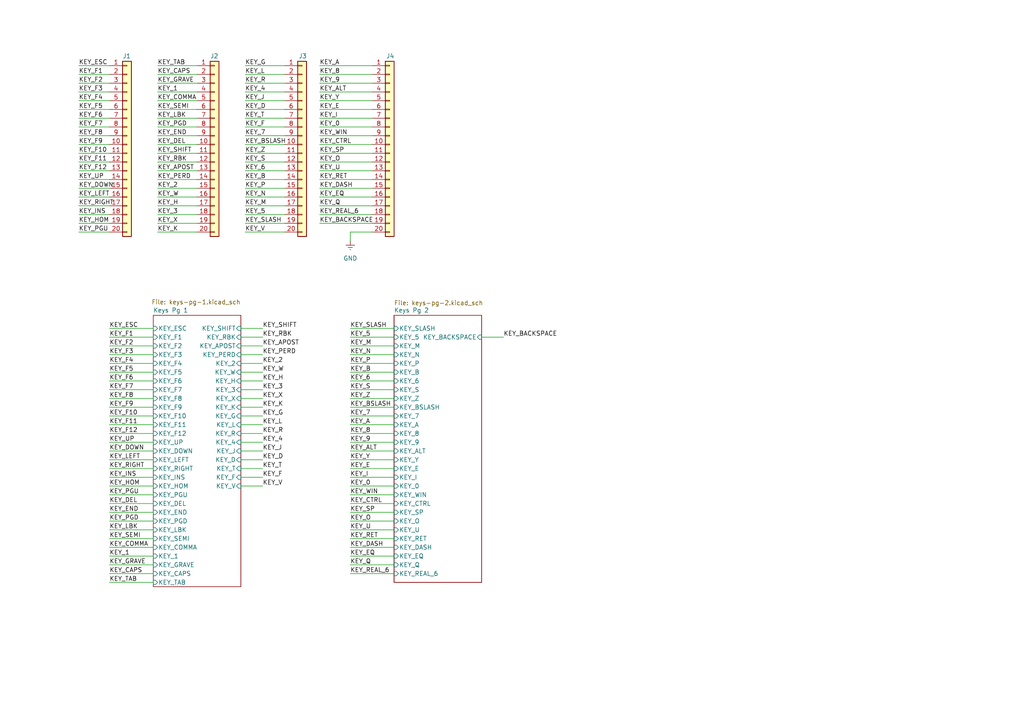
<source format=kicad_sch>
(kicad_sch
	(version 20231120)
	(generator "eeschema")
	(generator_version "8.0")
	(uuid "9764b4ba-7c88-49a9-89e6-e6f35382ac72")
	(paper "A4")
	(title_block
		(title "PS-OHK Keys (Left-Hand)")
		(date "2024-06-25")
		(rev "3")
		(company "Polymath-Studio")
	)
	(lib_symbols
		(symbol "Connector_Generic:Conn_01x20"
			(pin_names
				(offset 1.016) hide)
			(exclude_from_sim no)
			(in_bom yes)
			(on_board yes)
			(property "Reference" "J"
				(at 0 25.4 0)
				(effects
					(font
						(size 1.27 1.27)
					)
				)
			)
			(property "Value" "Conn_01x20"
				(at 0 -27.94 0)
				(effects
					(font
						(size 1.27 1.27)
					)
				)
			)
			(property "Footprint" ""
				(at 0 0 0)
				(effects
					(font
						(size 1.27 1.27)
					)
					(hide yes)
				)
			)
			(property "Datasheet" "~"
				(at 0 0 0)
				(effects
					(font
						(size 1.27 1.27)
					)
					(hide yes)
				)
			)
			(property "Description" "Generic connector, single row, 01x20, script generated (kicad-library-utils/schlib/autogen/connector/)"
				(at 0 0 0)
				(effects
					(font
						(size 1.27 1.27)
					)
					(hide yes)
				)
			)
			(property "ki_keywords" "connector"
				(at 0 0 0)
				(effects
					(font
						(size 1.27 1.27)
					)
					(hide yes)
				)
			)
			(property "ki_fp_filters" "Connector*:*_1x??_*"
				(at 0 0 0)
				(effects
					(font
						(size 1.27 1.27)
					)
					(hide yes)
				)
			)
			(symbol "Conn_01x20_1_1"
				(rectangle
					(start -1.27 -25.273)
					(end 0 -25.527)
					(stroke
						(width 0.1524)
						(type default)
					)
					(fill
						(type none)
					)
				)
				(rectangle
					(start -1.27 -22.733)
					(end 0 -22.987)
					(stroke
						(width 0.1524)
						(type default)
					)
					(fill
						(type none)
					)
				)
				(rectangle
					(start -1.27 -20.193)
					(end 0 -20.447)
					(stroke
						(width 0.1524)
						(type default)
					)
					(fill
						(type none)
					)
				)
				(rectangle
					(start -1.27 -17.653)
					(end 0 -17.907)
					(stroke
						(width 0.1524)
						(type default)
					)
					(fill
						(type none)
					)
				)
				(rectangle
					(start -1.27 -15.113)
					(end 0 -15.367)
					(stroke
						(width 0.1524)
						(type default)
					)
					(fill
						(type none)
					)
				)
				(rectangle
					(start -1.27 -12.573)
					(end 0 -12.827)
					(stroke
						(width 0.1524)
						(type default)
					)
					(fill
						(type none)
					)
				)
				(rectangle
					(start -1.27 -10.033)
					(end 0 -10.287)
					(stroke
						(width 0.1524)
						(type default)
					)
					(fill
						(type none)
					)
				)
				(rectangle
					(start -1.27 -7.493)
					(end 0 -7.747)
					(stroke
						(width 0.1524)
						(type default)
					)
					(fill
						(type none)
					)
				)
				(rectangle
					(start -1.27 -4.953)
					(end 0 -5.207)
					(stroke
						(width 0.1524)
						(type default)
					)
					(fill
						(type none)
					)
				)
				(rectangle
					(start -1.27 -2.413)
					(end 0 -2.667)
					(stroke
						(width 0.1524)
						(type default)
					)
					(fill
						(type none)
					)
				)
				(rectangle
					(start -1.27 0.127)
					(end 0 -0.127)
					(stroke
						(width 0.1524)
						(type default)
					)
					(fill
						(type none)
					)
				)
				(rectangle
					(start -1.27 2.667)
					(end 0 2.413)
					(stroke
						(width 0.1524)
						(type default)
					)
					(fill
						(type none)
					)
				)
				(rectangle
					(start -1.27 5.207)
					(end 0 4.953)
					(stroke
						(width 0.1524)
						(type default)
					)
					(fill
						(type none)
					)
				)
				(rectangle
					(start -1.27 7.747)
					(end 0 7.493)
					(stroke
						(width 0.1524)
						(type default)
					)
					(fill
						(type none)
					)
				)
				(rectangle
					(start -1.27 10.287)
					(end 0 10.033)
					(stroke
						(width 0.1524)
						(type default)
					)
					(fill
						(type none)
					)
				)
				(rectangle
					(start -1.27 12.827)
					(end 0 12.573)
					(stroke
						(width 0.1524)
						(type default)
					)
					(fill
						(type none)
					)
				)
				(rectangle
					(start -1.27 15.367)
					(end 0 15.113)
					(stroke
						(width 0.1524)
						(type default)
					)
					(fill
						(type none)
					)
				)
				(rectangle
					(start -1.27 17.907)
					(end 0 17.653)
					(stroke
						(width 0.1524)
						(type default)
					)
					(fill
						(type none)
					)
				)
				(rectangle
					(start -1.27 20.447)
					(end 0 20.193)
					(stroke
						(width 0.1524)
						(type default)
					)
					(fill
						(type none)
					)
				)
				(rectangle
					(start -1.27 22.987)
					(end 0 22.733)
					(stroke
						(width 0.1524)
						(type default)
					)
					(fill
						(type none)
					)
				)
				(rectangle
					(start -1.27 24.13)
					(end 1.27 -26.67)
					(stroke
						(width 0.254)
						(type default)
					)
					(fill
						(type background)
					)
				)
				(pin passive line
					(at -5.08 22.86 0)
					(length 3.81)
					(name "Pin_1"
						(effects
							(font
								(size 1.27 1.27)
							)
						)
					)
					(number "1"
						(effects
							(font
								(size 1.27 1.27)
							)
						)
					)
				)
				(pin passive line
					(at -5.08 0 0)
					(length 3.81)
					(name "Pin_10"
						(effects
							(font
								(size 1.27 1.27)
							)
						)
					)
					(number "10"
						(effects
							(font
								(size 1.27 1.27)
							)
						)
					)
				)
				(pin passive line
					(at -5.08 -2.54 0)
					(length 3.81)
					(name "Pin_11"
						(effects
							(font
								(size 1.27 1.27)
							)
						)
					)
					(number "11"
						(effects
							(font
								(size 1.27 1.27)
							)
						)
					)
				)
				(pin passive line
					(at -5.08 -5.08 0)
					(length 3.81)
					(name "Pin_12"
						(effects
							(font
								(size 1.27 1.27)
							)
						)
					)
					(number "12"
						(effects
							(font
								(size 1.27 1.27)
							)
						)
					)
				)
				(pin passive line
					(at -5.08 -7.62 0)
					(length 3.81)
					(name "Pin_13"
						(effects
							(font
								(size 1.27 1.27)
							)
						)
					)
					(number "13"
						(effects
							(font
								(size 1.27 1.27)
							)
						)
					)
				)
				(pin passive line
					(at -5.08 -10.16 0)
					(length 3.81)
					(name "Pin_14"
						(effects
							(font
								(size 1.27 1.27)
							)
						)
					)
					(number "14"
						(effects
							(font
								(size 1.27 1.27)
							)
						)
					)
				)
				(pin passive line
					(at -5.08 -12.7 0)
					(length 3.81)
					(name "Pin_15"
						(effects
							(font
								(size 1.27 1.27)
							)
						)
					)
					(number "15"
						(effects
							(font
								(size 1.27 1.27)
							)
						)
					)
				)
				(pin passive line
					(at -5.08 -15.24 0)
					(length 3.81)
					(name "Pin_16"
						(effects
							(font
								(size 1.27 1.27)
							)
						)
					)
					(number "16"
						(effects
							(font
								(size 1.27 1.27)
							)
						)
					)
				)
				(pin passive line
					(at -5.08 -17.78 0)
					(length 3.81)
					(name "Pin_17"
						(effects
							(font
								(size 1.27 1.27)
							)
						)
					)
					(number "17"
						(effects
							(font
								(size 1.27 1.27)
							)
						)
					)
				)
				(pin passive line
					(at -5.08 -20.32 0)
					(length 3.81)
					(name "Pin_18"
						(effects
							(font
								(size 1.27 1.27)
							)
						)
					)
					(number "18"
						(effects
							(font
								(size 1.27 1.27)
							)
						)
					)
				)
				(pin passive line
					(at -5.08 -22.86 0)
					(length 3.81)
					(name "Pin_19"
						(effects
							(font
								(size 1.27 1.27)
							)
						)
					)
					(number "19"
						(effects
							(font
								(size 1.27 1.27)
							)
						)
					)
				)
				(pin passive line
					(at -5.08 20.32 0)
					(length 3.81)
					(name "Pin_2"
						(effects
							(font
								(size 1.27 1.27)
							)
						)
					)
					(number "2"
						(effects
							(font
								(size 1.27 1.27)
							)
						)
					)
				)
				(pin passive line
					(at -5.08 -25.4 0)
					(length 3.81)
					(name "Pin_20"
						(effects
							(font
								(size 1.27 1.27)
							)
						)
					)
					(number "20"
						(effects
							(font
								(size 1.27 1.27)
							)
						)
					)
				)
				(pin passive line
					(at -5.08 17.78 0)
					(length 3.81)
					(name "Pin_3"
						(effects
							(font
								(size 1.27 1.27)
							)
						)
					)
					(number "3"
						(effects
							(font
								(size 1.27 1.27)
							)
						)
					)
				)
				(pin passive line
					(at -5.08 15.24 0)
					(length 3.81)
					(name "Pin_4"
						(effects
							(font
								(size 1.27 1.27)
							)
						)
					)
					(number "4"
						(effects
							(font
								(size 1.27 1.27)
							)
						)
					)
				)
				(pin passive line
					(at -5.08 12.7 0)
					(length 3.81)
					(name "Pin_5"
						(effects
							(font
								(size 1.27 1.27)
							)
						)
					)
					(number "5"
						(effects
							(font
								(size 1.27 1.27)
							)
						)
					)
				)
				(pin passive line
					(at -5.08 10.16 0)
					(length 3.81)
					(name "Pin_6"
						(effects
							(font
								(size 1.27 1.27)
							)
						)
					)
					(number "6"
						(effects
							(font
								(size 1.27 1.27)
							)
						)
					)
				)
				(pin passive line
					(at -5.08 7.62 0)
					(length 3.81)
					(name "Pin_7"
						(effects
							(font
								(size 1.27 1.27)
							)
						)
					)
					(number "7"
						(effects
							(font
								(size 1.27 1.27)
							)
						)
					)
				)
				(pin passive line
					(at -5.08 5.08 0)
					(length 3.81)
					(name "Pin_8"
						(effects
							(font
								(size 1.27 1.27)
							)
						)
					)
					(number "8"
						(effects
							(font
								(size 1.27 1.27)
							)
						)
					)
				)
				(pin passive line
					(at -5.08 2.54 0)
					(length 3.81)
					(name "Pin_9"
						(effects
							(font
								(size 1.27 1.27)
							)
						)
					)
					(number "9"
						(effects
							(font
								(size 1.27 1.27)
							)
						)
					)
				)
			)
		)
		(symbol "power:Earth"
			(power)
			(pin_numbers hide)
			(pin_names
				(offset 0) hide)
			(exclude_from_sim no)
			(in_bom yes)
			(on_board yes)
			(property "Reference" "#PWR"
				(at 0 -6.35 0)
				(effects
					(font
						(size 1.27 1.27)
					)
					(hide yes)
				)
			)
			(property "Value" "Earth"
				(at 0 -3.81 0)
				(effects
					(font
						(size 1.27 1.27)
					)
				)
			)
			(property "Footprint" ""
				(at 0 0 0)
				(effects
					(font
						(size 1.27 1.27)
					)
					(hide yes)
				)
			)
			(property "Datasheet" "~"
				(at 0 0 0)
				(effects
					(font
						(size 1.27 1.27)
					)
					(hide yes)
				)
			)
			(property "Description" "Power symbol creates a global label with name \"Earth\""
				(at 0 0 0)
				(effects
					(font
						(size 1.27 1.27)
					)
					(hide yes)
				)
			)
			(property "ki_keywords" "global ground gnd"
				(at 0 0 0)
				(effects
					(font
						(size 1.27 1.27)
					)
					(hide yes)
				)
			)
			(symbol "Earth_0_1"
				(polyline
					(pts
						(xy -0.635 -1.905) (xy 0.635 -1.905)
					)
					(stroke
						(width 0)
						(type default)
					)
					(fill
						(type none)
					)
				)
				(polyline
					(pts
						(xy -0.127 -2.54) (xy 0.127 -2.54)
					)
					(stroke
						(width 0)
						(type default)
					)
					(fill
						(type none)
					)
				)
				(polyline
					(pts
						(xy 0 -1.27) (xy 0 0)
					)
					(stroke
						(width 0)
						(type default)
					)
					(fill
						(type none)
					)
				)
				(polyline
					(pts
						(xy 1.27 -1.27) (xy -1.27 -1.27)
					)
					(stroke
						(width 0)
						(type default)
					)
					(fill
						(type none)
					)
				)
			)
			(symbol "Earth_1_1"
				(pin power_in line
					(at 0 0 270)
					(length 0)
					(name "~"
						(effects
							(font
								(size 1.27 1.27)
							)
						)
					)
					(number "1"
						(effects
							(font
								(size 1.27 1.27)
							)
						)
					)
				)
			)
		)
	)
	(wire
		(pts
			(xy 22.86 52.07) (xy 31.75 52.07)
		)
		(stroke
			(width 0)
			(type default)
		)
		(uuid "001cfb43-bf86-496d-afc2-b0e7ea480a66")
	)
	(wire
		(pts
			(xy 31.75 140.97) (xy 44.45 140.97)
		)
		(stroke
			(width 0)
			(type default)
		)
		(uuid "027db55a-959c-401e-ac94-0ba1e42f611c")
	)
	(wire
		(pts
			(xy 101.6 67.31) (xy 107.95 67.31)
		)
		(stroke
			(width 0)
			(type default)
		)
		(uuid "06531b34-194d-4048-bea2-bfcd637cdec3")
	)
	(wire
		(pts
			(xy 45.72 54.61) (xy 57.15 54.61)
		)
		(stroke
			(width 0)
			(type default)
		)
		(uuid "0b757f1c-3489-4764-baa1-0e52fb5a497b")
	)
	(wire
		(pts
			(xy 31.75 138.43) (xy 44.45 138.43)
		)
		(stroke
			(width 0)
			(type default)
		)
		(uuid "0b7f7fce-631e-4074-9de6-f43fd7892fb1")
	)
	(wire
		(pts
			(xy 45.72 31.75) (xy 57.15 31.75)
		)
		(stroke
			(width 0)
			(type default)
		)
		(uuid "0c7cd6ea-a450-476b-b065-6e8372bb3406")
	)
	(wire
		(pts
			(xy 92.71 46.99) (xy 107.95 46.99)
		)
		(stroke
			(width 0)
			(type default)
		)
		(uuid "121bb80d-2515-41b1-9112-0e5e058c1ec6")
	)
	(wire
		(pts
			(xy 92.71 19.05) (xy 107.95 19.05)
		)
		(stroke
			(width 0)
			(type default)
		)
		(uuid "12c27f23-fa80-4134-be0d-8ddd1780ae6a")
	)
	(wire
		(pts
			(xy 92.71 59.69) (xy 107.95 59.69)
		)
		(stroke
			(width 0)
			(type default)
		)
		(uuid "14d0cc97-94ac-46e4-9399-4c4954253276")
	)
	(wire
		(pts
			(xy 101.6 95.25) (xy 114.3 95.25)
		)
		(stroke
			(width 0)
			(type default)
		)
		(uuid "14d51e7b-afa3-4a7f-8bc3-db297d5b0c85")
	)
	(wire
		(pts
			(xy 31.75 156.21) (xy 44.45 156.21)
		)
		(stroke
			(width 0)
			(type default)
		)
		(uuid "155664d2-c7bd-43ad-b962-460f63740ccc")
	)
	(wire
		(pts
			(xy 92.71 41.91) (xy 107.95 41.91)
		)
		(stroke
			(width 0)
			(type default)
		)
		(uuid "178f1c48-a4f0-4161-a975-b28adbdfd99d")
	)
	(wire
		(pts
			(xy 92.71 34.29) (xy 107.95 34.29)
		)
		(stroke
			(width 0)
			(type default)
		)
		(uuid "1b2f7ac3-c8b3-4c47-b937-153822be5319")
	)
	(wire
		(pts
			(xy 92.71 64.77) (xy 107.95 64.77)
		)
		(stroke
			(width 0)
			(type default)
		)
		(uuid "1bb0a9e2-9838-4fb4-8289-14ed39e4eb79")
	)
	(wire
		(pts
			(xy 22.86 67.31) (xy 31.75 67.31)
		)
		(stroke
			(width 0)
			(type default)
		)
		(uuid "1d2d06e0-4d93-451d-8bb6-4dabbd6b42b6")
	)
	(wire
		(pts
			(xy 101.6 113.03) (xy 114.3 113.03)
		)
		(stroke
			(width 0)
			(type default)
		)
		(uuid "1fa72f78-93b3-4281-b1ed-8a910daf9f0f")
	)
	(wire
		(pts
			(xy 69.85 95.25) (xy 76.2 95.25)
		)
		(stroke
			(width 0)
			(type default)
		)
		(uuid "2409edaf-c8bc-4e8c-93c4-168f448026e5")
	)
	(wire
		(pts
			(xy 71.12 57.15) (xy 82.55 57.15)
		)
		(stroke
			(width 0)
			(type default)
		)
		(uuid "25f37870-360a-46b1-9a18-00863cb387ea")
	)
	(wire
		(pts
			(xy 69.85 133.35) (xy 76.2 133.35)
		)
		(stroke
			(width 0)
			(type default)
		)
		(uuid "2b11ec33-b333-4f5d-9dfc-65c12cbb3303")
	)
	(wire
		(pts
			(xy 101.6 105.41) (xy 114.3 105.41)
		)
		(stroke
			(width 0)
			(type default)
		)
		(uuid "2b621994-1f08-4db0-aa1b-6c662dadab53")
	)
	(wire
		(pts
			(xy 31.75 118.11) (xy 44.45 118.11)
		)
		(stroke
			(width 0)
			(type default)
		)
		(uuid "2b9d8533-b798-49b9-b33e-d9957646a3bf")
	)
	(wire
		(pts
			(xy 101.6 138.43) (xy 114.3 138.43)
		)
		(stroke
			(width 0)
			(type default)
		)
		(uuid "2c11b9bb-fdc7-4344-967a-44bc0e570f21")
	)
	(wire
		(pts
			(xy 101.6 161.29) (xy 114.3 161.29)
		)
		(stroke
			(width 0)
			(type default)
		)
		(uuid "2cb7ec8d-3413-41be-9a96-d95a541b5b38")
	)
	(wire
		(pts
			(xy 45.72 67.31) (xy 57.15 67.31)
		)
		(stroke
			(width 0)
			(type default)
		)
		(uuid "2d6b26b4-bac2-4eb7-98c9-97973dbe0a88")
	)
	(wire
		(pts
			(xy 31.75 143.51) (xy 44.45 143.51)
		)
		(stroke
			(width 0)
			(type default)
		)
		(uuid "2d98ad1c-c532-4d42-8561-75f97c4efcf0")
	)
	(wire
		(pts
			(xy 22.86 24.13) (xy 31.75 24.13)
		)
		(stroke
			(width 0)
			(type default)
		)
		(uuid "2e335e5e-5d9b-4da4-9574-9d4f02fe86ce")
	)
	(wire
		(pts
			(xy 22.86 39.37) (xy 31.75 39.37)
		)
		(stroke
			(width 0)
			(type default)
		)
		(uuid "2ec94430-ef21-464d-a2a6-9662a95ffa8e")
	)
	(wire
		(pts
			(xy 71.12 36.83) (xy 82.55 36.83)
		)
		(stroke
			(width 0)
			(type default)
		)
		(uuid "3128cf07-2b7a-497a-8e33-c7529dd7f456")
	)
	(wire
		(pts
			(xy 71.12 19.05) (xy 82.55 19.05)
		)
		(stroke
			(width 0)
			(type default)
		)
		(uuid "317a96e9-b012-45b7-9834-76c41ab08d20")
	)
	(wire
		(pts
			(xy 31.75 120.65) (xy 44.45 120.65)
		)
		(stroke
			(width 0)
			(type default)
		)
		(uuid "34244534-d2ca-481d-913a-fed2abe05a83")
	)
	(wire
		(pts
			(xy 22.86 46.99) (xy 31.75 46.99)
		)
		(stroke
			(width 0)
			(type default)
		)
		(uuid "3431608a-1804-4897-8ed1-9721e0fc77e8")
	)
	(wire
		(pts
			(xy 92.71 44.45) (xy 107.95 44.45)
		)
		(stroke
			(width 0)
			(type default)
		)
		(uuid "346cf145-950b-488d-8e96-35f630124544")
	)
	(wire
		(pts
			(xy 69.85 123.19) (xy 76.2 123.19)
		)
		(stroke
			(width 0)
			(type default)
		)
		(uuid "34e80a49-62ed-49f0-90b9-ded33a44fcbc")
	)
	(wire
		(pts
			(xy 101.6 102.87) (xy 114.3 102.87)
		)
		(stroke
			(width 0)
			(type default)
		)
		(uuid "34fa6a20-f947-4025-aee2-df66a43b1416")
	)
	(wire
		(pts
			(xy 92.71 24.13) (xy 107.95 24.13)
		)
		(stroke
			(width 0)
			(type default)
		)
		(uuid "389f1c98-53bb-45af-b305-58a8508c37ff")
	)
	(wire
		(pts
			(xy 92.71 39.37) (xy 107.95 39.37)
		)
		(stroke
			(width 0)
			(type default)
		)
		(uuid "39830e29-a3cb-4dbb-b0d4-2b0230c88f62")
	)
	(wire
		(pts
			(xy 69.85 140.97) (xy 76.2 140.97)
		)
		(stroke
			(width 0)
			(type default)
		)
		(uuid "3a398dff-a87a-40ac-97a9-e0a102cb8415")
	)
	(wire
		(pts
			(xy 101.6 146.05) (xy 114.3 146.05)
		)
		(stroke
			(width 0)
			(type default)
		)
		(uuid "3ade2424-34e7-4653-b972-c074c6fd8a98")
	)
	(wire
		(pts
			(xy 45.72 64.77) (xy 57.15 64.77)
		)
		(stroke
			(width 0)
			(type default)
		)
		(uuid "3ce44b03-4387-49c8-84f0-4a466cfc6982")
	)
	(wire
		(pts
			(xy 92.71 31.75) (xy 107.95 31.75)
		)
		(stroke
			(width 0)
			(type default)
		)
		(uuid "3dba8b25-2f73-433c-9d2c-60651a786aa1")
	)
	(wire
		(pts
			(xy 22.86 59.69) (xy 31.75 59.69)
		)
		(stroke
			(width 0)
			(type default)
		)
		(uuid "3f65a4f5-078f-450d-8094-2d2c220ba3b2")
	)
	(wire
		(pts
			(xy 71.12 62.23) (xy 82.55 62.23)
		)
		(stroke
			(width 0)
			(type default)
		)
		(uuid "40404cdf-6495-4df7-8e88-367ed2b31fe5")
	)
	(wire
		(pts
			(xy 101.6 110.49) (xy 114.3 110.49)
		)
		(stroke
			(width 0)
			(type default)
		)
		(uuid "40c131d4-e24b-4902-bc4b-91b7fc175682")
	)
	(wire
		(pts
			(xy 45.72 39.37) (xy 57.15 39.37)
		)
		(stroke
			(width 0)
			(type default)
		)
		(uuid "4199b698-60c9-4264-bac6-e5912a2a7654")
	)
	(wire
		(pts
			(xy 22.86 44.45) (xy 31.75 44.45)
		)
		(stroke
			(width 0)
			(type default)
		)
		(uuid "457f5446-963c-4436-983d-10034d35b5d0")
	)
	(wire
		(pts
			(xy 71.12 26.67) (xy 82.55 26.67)
		)
		(stroke
			(width 0)
			(type default)
		)
		(uuid "4791cb0d-1dc1-444d-b224-7a02d23bc5b4")
	)
	(wire
		(pts
			(xy 22.86 49.53) (xy 31.75 49.53)
		)
		(stroke
			(width 0)
			(type default)
		)
		(uuid "49373704-0784-4e21-8a60-767198ae899c")
	)
	(wire
		(pts
			(xy 45.72 24.13) (xy 57.15 24.13)
		)
		(stroke
			(width 0)
			(type default)
		)
		(uuid "4ecd567e-1846-4b7b-8434-e39bafd4029b")
	)
	(wire
		(pts
			(xy 31.75 95.25) (xy 44.45 95.25)
		)
		(stroke
			(width 0)
			(type default)
		)
		(uuid "4f42026a-4291-4199-b05b-e4d728fd1e37")
	)
	(wire
		(pts
			(xy 92.71 62.23) (xy 107.95 62.23)
		)
		(stroke
			(width 0)
			(type default)
		)
		(uuid "5042c9c4-e073-4ac5-984f-2fc7a4ef2d88")
	)
	(wire
		(pts
			(xy 31.75 166.37) (xy 44.45 166.37)
		)
		(stroke
			(width 0)
			(type default)
		)
		(uuid "50b56c86-bcc0-46f6-ab02-c8986067a3f8")
	)
	(wire
		(pts
			(xy 31.75 110.49) (xy 44.45 110.49)
		)
		(stroke
			(width 0)
			(type default)
		)
		(uuid "51759d6f-62ce-4d57-849c-661879227d73")
	)
	(wire
		(pts
			(xy 69.85 110.49) (xy 76.2 110.49)
		)
		(stroke
			(width 0)
			(type default)
		)
		(uuid "53a8387f-a1c2-4907-9e21-ad6fc136dc82")
	)
	(wire
		(pts
			(xy 71.12 39.37) (xy 82.55 39.37)
		)
		(stroke
			(width 0)
			(type default)
		)
		(uuid "53cffea6-c980-4889-bd04-e889268ec816")
	)
	(wire
		(pts
			(xy 31.75 115.57) (xy 44.45 115.57)
		)
		(stroke
			(width 0)
			(type default)
		)
		(uuid "54e4e838-352a-4481-badb-eb6ab17de075")
	)
	(wire
		(pts
			(xy 101.6 156.21) (xy 114.3 156.21)
		)
		(stroke
			(width 0)
			(type default)
		)
		(uuid "5834f9d3-43eb-4932-8258-d39154205829")
	)
	(wire
		(pts
			(xy 69.85 100.33) (xy 76.2 100.33)
		)
		(stroke
			(width 0)
			(type default)
		)
		(uuid "59da6fea-7728-4be7-8505-f9fa30b8459c")
	)
	(wire
		(pts
			(xy 45.72 19.05) (xy 57.15 19.05)
		)
		(stroke
			(width 0)
			(type default)
		)
		(uuid "5a1e8bc3-f90e-4f18-a36a-4a5b97d59d79")
	)
	(wire
		(pts
			(xy 71.12 64.77) (xy 82.55 64.77)
		)
		(stroke
			(width 0)
			(type default)
		)
		(uuid "5a4ad7c5-6f20-41e4-b209-3f1eec1d3286")
	)
	(wire
		(pts
			(xy 101.6 151.13) (xy 114.3 151.13)
		)
		(stroke
			(width 0)
			(type default)
		)
		(uuid "5d6f5c95-eb59-462c-a304-96871bf9539e")
	)
	(wire
		(pts
			(xy 45.72 57.15) (xy 57.15 57.15)
		)
		(stroke
			(width 0)
			(type default)
		)
		(uuid "5f608d5e-f987-4ed3-9518-c16eea3f337c")
	)
	(wire
		(pts
			(xy 22.86 31.75) (xy 31.75 31.75)
		)
		(stroke
			(width 0)
			(type default)
		)
		(uuid "5f72073a-853a-4e34-b369-2d99eed78377")
	)
	(wire
		(pts
			(xy 92.71 57.15) (xy 107.95 57.15)
		)
		(stroke
			(width 0)
			(type default)
		)
		(uuid "60a4b2ca-a66f-4ea7-800b-f86048198578")
	)
	(wire
		(pts
			(xy 31.75 133.35) (xy 44.45 133.35)
		)
		(stroke
			(width 0)
			(type default)
		)
		(uuid "60aa4440-0b73-4f97-8af3-6197ed251f9c")
	)
	(wire
		(pts
			(xy 101.6 120.65) (xy 114.3 120.65)
		)
		(stroke
			(width 0)
			(type default)
		)
		(uuid "6108d692-dd44-4298-a45c-c94ccbafae8e")
	)
	(wire
		(pts
			(xy 69.85 102.87) (xy 76.2 102.87)
		)
		(stroke
			(width 0)
			(type default)
		)
		(uuid "617db72e-714d-4caf-8f00-ca438c6bf793")
	)
	(wire
		(pts
			(xy 101.6 100.33) (xy 114.3 100.33)
		)
		(stroke
			(width 0)
			(type default)
		)
		(uuid "62f56014-2aea-4d8d-b2a3-c32bfaa90704")
	)
	(wire
		(pts
			(xy 69.85 130.81) (xy 76.2 130.81)
		)
		(stroke
			(width 0)
			(type default)
		)
		(uuid "68f8aac9-8ba1-447f-a4d0-91bb527ce642")
	)
	(wire
		(pts
			(xy 101.6 158.75) (xy 114.3 158.75)
		)
		(stroke
			(width 0)
			(type default)
		)
		(uuid "69828570-853a-4969-800d-7de42a86512d")
	)
	(wire
		(pts
			(xy 31.75 100.33) (xy 44.45 100.33)
		)
		(stroke
			(width 0)
			(type default)
		)
		(uuid "6a6f0098-810f-4393-80f4-aeee0dbe7a98")
	)
	(wire
		(pts
			(xy 101.6 140.97) (xy 114.3 140.97)
		)
		(stroke
			(width 0)
			(type default)
		)
		(uuid "6b989cf8-3900-4ffc-bcc7-3e99ec6ed5cb")
	)
	(wire
		(pts
			(xy 69.85 97.79) (xy 76.2 97.79)
		)
		(stroke
			(width 0)
			(type default)
		)
		(uuid "6d985ba0-56cd-43d3-844f-b4eda28da100")
	)
	(wire
		(pts
			(xy 69.85 118.11) (xy 76.2 118.11)
		)
		(stroke
			(width 0)
			(type default)
		)
		(uuid "70dc9c21-d7ad-4deb-8338-55a9c1715842")
	)
	(wire
		(pts
			(xy 71.12 41.91) (xy 82.55 41.91)
		)
		(stroke
			(width 0)
			(type default)
		)
		(uuid "71032c08-5f9a-48be-a3e0-764da7972a50")
	)
	(wire
		(pts
			(xy 22.86 54.61) (xy 31.75 54.61)
		)
		(stroke
			(width 0)
			(type default)
		)
		(uuid "71335eec-668c-49c2-9611-092d72054c26")
	)
	(wire
		(pts
			(xy 101.6 115.57) (xy 114.3 115.57)
		)
		(stroke
			(width 0)
			(type default)
		)
		(uuid "72ee0cbd-7b40-4d5c-8a5a-bf66c549e747")
	)
	(wire
		(pts
			(xy 31.75 151.13) (xy 44.45 151.13)
		)
		(stroke
			(width 0)
			(type default)
		)
		(uuid "75ce4471-83cc-4fde-99a6-06711558e572")
	)
	(wire
		(pts
			(xy 22.86 29.21) (xy 31.75 29.21)
		)
		(stroke
			(width 0)
			(type default)
		)
		(uuid "783b3821-64b3-4a86-97a7-1984a0271644")
	)
	(wire
		(pts
			(xy 92.71 49.53) (xy 107.95 49.53)
		)
		(stroke
			(width 0)
			(type default)
		)
		(uuid "7a44e132-6950-4d8c-989e-d111ef9bb08a")
	)
	(wire
		(pts
			(xy 31.75 113.03) (xy 44.45 113.03)
		)
		(stroke
			(width 0)
			(type default)
		)
		(uuid "7afeb78c-1680-4fd2-9478-0522277394cb")
	)
	(wire
		(pts
			(xy 69.85 107.95) (xy 76.2 107.95)
		)
		(stroke
			(width 0)
			(type default)
		)
		(uuid "7d20d88a-22bc-4581-aecf-e3ef37166476")
	)
	(wire
		(pts
			(xy 45.72 62.23) (xy 57.15 62.23)
		)
		(stroke
			(width 0)
			(type default)
		)
		(uuid "7e8b4dd6-6303-4567-ade5-8a6f8602e752")
	)
	(wire
		(pts
			(xy 31.75 102.87) (xy 44.45 102.87)
		)
		(stroke
			(width 0)
			(type default)
		)
		(uuid "7e93f3cb-97db-41fb-a7ab-f5482ba32464")
	)
	(wire
		(pts
			(xy 45.72 29.21) (xy 57.15 29.21)
		)
		(stroke
			(width 0)
			(type default)
		)
		(uuid "828d14db-fcdb-443c-9ebe-92cc72cf67cf")
	)
	(wire
		(pts
			(xy 101.6 135.89) (xy 114.3 135.89)
		)
		(stroke
			(width 0)
			(type default)
		)
		(uuid "831a370b-46c7-4cdf-bf6e-9aafaccd61ee")
	)
	(wire
		(pts
			(xy 31.75 161.29) (xy 44.45 161.29)
		)
		(stroke
			(width 0)
			(type default)
		)
		(uuid "84923858-19ce-4d99-a81b-448150f0780e")
	)
	(wire
		(pts
			(xy 31.75 130.81) (xy 44.45 130.81)
		)
		(stroke
			(width 0)
			(type default)
		)
		(uuid "85402684-a4f5-4bb2-8d81-bfaeb8e57ecf")
	)
	(wire
		(pts
			(xy 22.86 34.29) (xy 31.75 34.29)
		)
		(stroke
			(width 0)
			(type default)
		)
		(uuid "86947bf9-77c8-495b-b25f-7a8b48ddb6b9")
	)
	(wire
		(pts
			(xy 22.86 57.15) (xy 31.75 57.15)
		)
		(stroke
			(width 0)
			(type default)
		)
		(uuid "86afe7db-9b7c-46b1-81dc-f94afeee70b0")
	)
	(wire
		(pts
			(xy 101.6 148.59) (xy 114.3 148.59)
		)
		(stroke
			(width 0)
			(type default)
		)
		(uuid "87875cbd-192b-494f-ac30-6dc9f993dd22")
	)
	(wire
		(pts
			(xy 22.86 36.83) (xy 31.75 36.83)
		)
		(stroke
			(width 0)
			(type default)
		)
		(uuid "88399ffe-49f8-4753-a87f-f6571364be6a")
	)
	(wire
		(pts
			(xy 139.7 97.79) (xy 146.05 97.79)
		)
		(stroke
			(width 0)
			(type default)
		)
		(uuid "8992ff76-162c-4797-b571-99190aabd121")
	)
	(wire
		(pts
			(xy 31.75 148.59) (xy 44.45 148.59)
		)
		(stroke
			(width 0)
			(type default)
		)
		(uuid "8ab96718-4b28-46e7-b802-c81fb4e99936")
	)
	(wire
		(pts
			(xy 101.6 166.37) (xy 114.3 166.37)
		)
		(stroke
			(width 0)
			(type default)
		)
		(uuid "8b8097b4-1ed7-456f-ab69-c060b03f9e09")
	)
	(wire
		(pts
			(xy 45.72 59.69) (xy 57.15 59.69)
		)
		(stroke
			(width 0)
			(type default)
		)
		(uuid "8bd78525-801a-41ba-92c0-54cd6ffebe13")
	)
	(wire
		(pts
			(xy 31.75 107.95) (xy 44.45 107.95)
		)
		(stroke
			(width 0)
			(type default)
		)
		(uuid "8bfcb625-a273-4df1-b703-16c093c52b34")
	)
	(wire
		(pts
			(xy 69.85 125.73) (xy 76.2 125.73)
		)
		(stroke
			(width 0)
			(type default)
		)
		(uuid "9396804a-9325-47ec-8e57-e86e29784a72")
	)
	(wire
		(pts
			(xy 22.86 21.59) (xy 31.75 21.59)
		)
		(stroke
			(width 0)
			(type default)
		)
		(uuid "93cc5183-1d2c-45fb-84f7-ab64795b957a")
	)
	(wire
		(pts
			(xy 69.85 105.41) (xy 76.2 105.41)
		)
		(stroke
			(width 0)
			(type default)
		)
		(uuid "952a25db-1338-4b71-b950-67c3071039c8")
	)
	(wire
		(pts
			(xy 71.12 52.07) (xy 82.55 52.07)
		)
		(stroke
			(width 0)
			(type default)
		)
		(uuid "98dbb386-a14c-48a9-b5d0-ecb6fd5b40a2")
	)
	(wire
		(pts
			(xy 69.85 135.89) (xy 76.2 135.89)
		)
		(stroke
			(width 0)
			(type default)
		)
		(uuid "99f59d4f-1ee4-4c98-90c9-dcbe8a00b9be")
	)
	(wire
		(pts
			(xy 71.12 44.45) (xy 82.55 44.45)
		)
		(stroke
			(width 0)
			(type default)
		)
		(uuid "9bb0f714-ed16-46d6-9955-8b7842003694")
	)
	(wire
		(pts
			(xy 69.85 120.65) (xy 76.2 120.65)
		)
		(stroke
			(width 0)
			(type default)
		)
		(uuid "a35d6052-2830-40f1-ab2d-a3f37d0220b5")
	)
	(wire
		(pts
			(xy 31.75 97.79) (xy 44.45 97.79)
		)
		(stroke
			(width 0)
			(type default)
		)
		(uuid "a46cf237-f61f-4d68-b7fc-54c402df6cba")
	)
	(wire
		(pts
			(xy 69.85 128.27) (xy 76.2 128.27)
		)
		(stroke
			(width 0)
			(type default)
		)
		(uuid "a559e7df-f9bb-44eb-9f23-749f9b6d6429")
	)
	(wire
		(pts
			(xy 71.12 34.29) (xy 82.55 34.29)
		)
		(stroke
			(width 0)
			(type default)
		)
		(uuid "aa3abf38-7357-48fe-8777-12fbdefb78b1")
	)
	(wire
		(pts
			(xy 71.12 24.13) (xy 82.55 24.13)
		)
		(stroke
			(width 0)
			(type default)
		)
		(uuid "acae4b2e-e12d-4a1a-bc09-015c6969c882")
	)
	(wire
		(pts
			(xy 71.12 54.61) (xy 82.55 54.61)
		)
		(stroke
			(width 0)
			(type default)
		)
		(uuid "b0f58e3c-8aef-4c3f-9ab1-f02b0d7b954e")
	)
	(wire
		(pts
			(xy 31.75 146.05) (xy 44.45 146.05)
		)
		(stroke
			(width 0)
			(type default)
		)
		(uuid "b2a6717c-1173-4be0-a919-916133acfe92")
	)
	(wire
		(pts
			(xy 22.86 41.91) (xy 31.75 41.91)
		)
		(stroke
			(width 0)
			(type default)
		)
		(uuid "b2b9e61c-f9a1-4f0a-95fa-c4e5435605ad")
	)
	(wire
		(pts
			(xy 69.85 138.43) (xy 76.2 138.43)
		)
		(stroke
			(width 0)
			(type default)
		)
		(uuid "b5c13ac3-71bc-4740-bff2-9cbd31ece5ca")
	)
	(wire
		(pts
			(xy 92.71 26.67) (xy 107.95 26.67)
		)
		(stroke
			(width 0)
			(type default)
		)
		(uuid "b697dc72-b52c-4be0-b95e-0f1356ac7ffd")
	)
	(wire
		(pts
			(xy 45.72 49.53) (xy 57.15 49.53)
		)
		(stroke
			(width 0)
			(type default)
		)
		(uuid "b766a594-6249-4d1a-9a8a-944b3365f24c")
	)
	(wire
		(pts
			(xy 101.6 123.19) (xy 114.3 123.19)
		)
		(stroke
			(width 0)
			(type default)
		)
		(uuid "b7f66a88-2e1b-498e-98ad-397661d5980f")
	)
	(wire
		(pts
			(xy 101.6 97.79) (xy 114.3 97.79)
		)
		(stroke
			(width 0)
			(type default)
		)
		(uuid "b81781d5-b115-4144-8356-06433beacc8e")
	)
	(wire
		(pts
			(xy 92.71 29.21) (xy 107.95 29.21)
		)
		(stroke
			(width 0)
			(type default)
		)
		(uuid "b8792307-052b-4766-95b5-5dd7e7e154a1")
	)
	(wire
		(pts
			(xy 31.75 135.89) (xy 44.45 135.89)
		)
		(stroke
			(width 0)
			(type default)
		)
		(uuid "bd603f15-3d8a-43ab-86e1-6706828dd78f")
	)
	(wire
		(pts
			(xy 71.12 46.99) (xy 82.55 46.99)
		)
		(stroke
			(width 0)
			(type default)
		)
		(uuid "bd626c0c-27d8-485f-92b3-4c5b33580d11")
	)
	(wire
		(pts
			(xy 31.75 128.27) (xy 44.45 128.27)
		)
		(stroke
			(width 0)
			(type default)
		)
		(uuid "c0228b11-9ddf-44f7-90c6-559d253178ab")
	)
	(wire
		(pts
			(xy 92.71 54.61) (xy 107.95 54.61)
		)
		(stroke
			(width 0)
			(type default)
		)
		(uuid "c27babff-a377-4828-ab74-330b4788229b")
	)
	(wire
		(pts
			(xy 71.12 31.75) (xy 82.55 31.75)
		)
		(stroke
			(width 0)
			(type default)
		)
		(uuid "c7d6984e-330f-4f4c-8cc8-2c9b1a5ee449")
	)
	(wire
		(pts
			(xy 92.71 36.83) (xy 107.95 36.83)
		)
		(stroke
			(width 0)
			(type default)
		)
		(uuid "c8996d7f-1983-48f0-be88-a5574ed75b3f")
	)
	(wire
		(pts
			(xy 101.6 130.81) (xy 114.3 130.81)
		)
		(stroke
			(width 0)
			(type default)
		)
		(uuid "ca041da2-b92e-46b9-948b-f39d197b85b0")
	)
	(wire
		(pts
			(xy 71.12 59.69) (xy 82.55 59.69)
		)
		(stroke
			(width 0)
			(type default)
		)
		(uuid "ca6c8f3e-b9d2-4cf2-ab1c-98cab78303cf")
	)
	(wire
		(pts
			(xy 101.6 163.83) (xy 114.3 163.83)
		)
		(stroke
			(width 0)
			(type default)
		)
		(uuid "ca97bb3f-28cd-4681-9017-03ae3e54f3f6")
	)
	(wire
		(pts
			(xy 69.85 113.03) (xy 76.2 113.03)
		)
		(stroke
			(width 0)
			(type default)
		)
		(uuid "cbe4e69c-b073-4f2f-ad99-b27a2303cb8e")
	)
	(wire
		(pts
			(xy 22.86 62.23) (xy 31.75 62.23)
		)
		(stroke
			(width 0)
			(type default)
		)
		(uuid "cd52604f-4a5f-4765-89e9-075b256e356d")
	)
	(wire
		(pts
			(xy 101.6 133.35) (xy 114.3 133.35)
		)
		(stroke
			(width 0)
			(type default)
		)
		(uuid "ce6a996c-6872-46c3-a087-1153bcd53c7e")
	)
	(wire
		(pts
			(xy 92.71 52.07) (xy 107.95 52.07)
		)
		(stroke
			(width 0)
			(type default)
		)
		(uuid "d0275b70-6d6e-4e24-99af-dad3061c7179")
	)
	(wire
		(pts
			(xy 101.6 107.95) (xy 114.3 107.95)
		)
		(stroke
			(width 0)
			(type default)
		)
		(uuid "d089170c-f58c-4436-86af-44e76a4db8d4")
	)
	(wire
		(pts
			(xy 101.6 118.11) (xy 114.3 118.11)
		)
		(stroke
			(width 0)
			(type default)
		)
		(uuid "d136b383-0951-4f5a-bc36-02b340647c97")
	)
	(wire
		(pts
			(xy 31.75 153.67) (xy 44.45 153.67)
		)
		(stroke
			(width 0)
			(type default)
		)
		(uuid "d2cb35b2-cbda-412a-98b5-d25f8d83796f")
	)
	(wire
		(pts
			(xy 22.86 19.05) (xy 31.75 19.05)
		)
		(stroke
			(width 0)
			(type default)
		)
		(uuid "d2cb603f-f53e-4f37-9f4b-aaf096352eb2")
	)
	(wire
		(pts
			(xy 92.71 21.59) (xy 107.95 21.59)
		)
		(stroke
			(width 0)
			(type default)
		)
		(uuid "d4f447ab-a6f0-4b0e-9825-087474c09a96")
	)
	(wire
		(pts
			(xy 71.12 49.53) (xy 82.55 49.53)
		)
		(stroke
			(width 0)
			(type default)
		)
		(uuid "d51d1618-15c2-4689-bb31-898a7b1367d3")
	)
	(wire
		(pts
			(xy 31.75 125.73) (xy 44.45 125.73)
		)
		(stroke
			(width 0)
			(type default)
		)
		(uuid "da2e2f11-6e21-4b06-959c-96d1b0719aa7")
	)
	(wire
		(pts
			(xy 101.6 128.27) (xy 114.3 128.27)
		)
		(stroke
			(width 0)
			(type default)
		)
		(uuid "db00aa21-b0af-40b0-8a0e-ed2327202595")
	)
	(wire
		(pts
			(xy 101.6 67.31) (xy 101.6 69.85)
		)
		(stroke
			(width 0)
			(type default)
		)
		(uuid "dda208c9-1e46-4b54-9aba-1241bd8d02d7")
	)
	(wire
		(pts
			(xy 45.72 44.45) (xy 57.15 44.45)
		)
		(stroke
			(width 0)
			(type default)
		)
		(uuid "dfff84e0-23d8-48e1-a087-95f1d7d97da9")
	)
	(wire
		(pts
			(xy 31.75 158.75) (xy 44.45 158.75)
		)
		(stroke
			(width 0)
			(type default)
		)
		(uuid "e02a766d-8a27-41c2-bb74-b4550a6d5e1e")
	)
	(wire
		(pts
			(xy 71.12 21.59) (xy 82.55 21.59)
		)
		(stroke
			(width 0)
			(type default)
		)
		(uuid "e2a2b9f8-2c95-4961-96d3-02e6e182f4b2")
	)
	(wire
		(pts
			(xy 45.72 41.91) (xy 57.15 41.91)
		)
		(stroke
			(width 0)
			(type default)
		)
		(uuid "e44a5aff-080c-4c09-9fcd-24f7f1761c62")
	)
	(wire
		(pts
			(xy 22.86 26.67) (xy 31.75 26.67)
		)
		(stroke
			(width 0)
			(type default)
		)
		(uuid "e698b1b8-d5e1-4571-8736-d86920e3038d")
	)
	(wire
		(pts
			(xy 45.72 21.59) (xy 57.15 21.59)
		)
		(stroke
			(width 0)
			(type default)
		)
		(uuid "e80e2084-eec0-483f-9c1d-c1546130c4a0")
	)
	(wire
		(pts
			(xy 45.72 36.83) (xy 57.15 36.83)
		)
		(stroke
			(width 0)
			(type default)
		)
		(uuid "e94b62a8-7dca-4093-929e-548ceed1b854")
	)
	(wire
		(pts
			(xy 45.72 52.07) (xy 57.15 52.07)
		)
		(stroke
			(width 0)
			(type default)
		)
		(uuid "ea164c00-25b5-4f63-a7a4-312d3f3f3337")
	)
	(wire
		(pts
			(xy 69.85 115.57) (xy 76.2 115.57)
		)
		(stroke
			(width 0)
			(type default)
		)
		(uuid "ec804e2d-d37c-418f-8b83-0eaa66f796d8")
	)
	(wire
		(pts
			(xy 45.72 26.67) (xy 57.15 26.67)
		)
		(stroke
			(width 0)
			(type default)
		)
		(uuid "ef181ac2-945f-4adc-969d-2e6a7f389c72")
	)
	(wire
		(pts
			(xy 45.72 46.99) (xy 57.15 46.99)
		)
		(stroke
			(width 0)
			(type default)
		)
		(uuid "f21f0f47-4d05-408a-b1ed-a11bd4456848")
	)
	(wire
		(pts
			(xy 31.75 163.83) (xy 44.45 163.83)
		)
		(stroke
			(width 0)
			(type default)
		)
		(uuid "f466da68-7ab2-47e0-bf97-12ca1d7d8248")
	)
	(wire
		(pts
			(xy 22.86 64.77) (xy 31.75 64.77)
		)
		(stroke
			(width 0)
			(type default)
		)
		(uuid "f4c1983a-4a49-42a8-91d4-0474eb16d23d")
	)
	(wire
		(pts
			(xy 31.75 105.41) (xy 44.45 105.41)
		)
		(stroke
			(width 0)
			(type default)
		)
		(uuid "fa571e57-1f27-48d1-9b0b-209170f86b16")
	)
	(wire
		(pts
			(xy 31.75 168.91) (xy 44.45 168.91)
		)
		(stroke
			(width 0)
			(type default)
		)
		(uuid "fa862972-00d8-4a17-8b17-8ff954a3a357")
	)
	(wire
		(pts
			(xy 71.12 29.21) (xy 82.55 29.21)
		)
		(stroke
			(width 0)
			(type default)
		)
		(uuid "fb0f9f87-db85-4be5-b237-116854acecee")
	)
	(wire
		(pts
			(xy 71.12 67.31) (xy 82.55 67.31)
		)
		(stroke
			(width 0)
			(type default)
		)
		(uuid "fb3ab756-5e93-4edf-97fd-52726df3138e")
	)
	(wire
		(pts
			(xy 31.75 123.19) (xy 44.45 123.19)
		)
		(stroke
			(width 0)
			(type default)
		)
		(uuid "fb7e2144-0e06-486f-a53f-c96952598fb8")
	)
	(wire
		(pts
			(xy 101.6 125.73) (xy 114.3 125.73)
		)
		(stroke
			(width 0)
			(type default)
		)
		(uuid "fc3c1eb9-1e68-4cbe-a229-32f4dd12d432")
	)
	(wire
		(pts
			(xy 101.6 143.51) (xy 114.3 143.51)
		)
		(stroke
			(width 0)
			(type default)
		)
		(uuid "fc4176c6-c4a7-4c94-ad30-8a6df459e2a7")
	)
	(wire
		(pts
			(xy 101.6 153.67) (xy 114.3 153.67)
		)
		(stroke
			(width 0)
			(type default)
		)
		(uuid "fd62b7e3-e71f-4123-969a-ec9eb01e84ce")
	)
	(wire
		(pts
			(xy 45.72 34.29) (xy 57.15 34.29)
		)
		(stroke
			(width 0)
			(type default)
		)
		(uuid "ff5c7702-982d-4c97-a39d-5fadc6ff5b88")
	)
	(label "KEY_F7"
		(at 22.86 36.83 0)
		(fields_autoplaced yes)
		(effects
			(font
				(size 1.27 1.27)
			)
			(justify left bottom)
		)
		(uuid "0192d0a2-f86e-4ab6-982c-af11fcb48765")
	)
	(label "KEY_HOM"
		(at 22.86 64.77 0)
		(fields_autoplaced yes)
		(effects
			(font
				(size 1.27 1.27)
			)
			(justify left bottom)
		)
		(uuid "0197127e-a7ab-4872-92a3-b80ba354dd4e")
	)
	(label "KEY_SEMI"
		(at 45.72 31.75 0)
		(fields_autoplaced yes)
		(effects
			(font
				(size 1.27 1.27)
			)
			(justify left bottom)
		)
		(uuid "029c836f-4d59-419f-b74e-ebe0e49ffd27")
	)
	(label "KEY_EQ"
		(at 101.6 161.29 0)
		(fields_autoplaced yes)
		(effects
			(font
				(size 1.27 1.27)
			)
			(justify left bottom)
		)
		(uuid "04698e01-7be5-4c7e-ab03-6657a7481470")
	)
	(label "KEY_8"
		(at 92.71 21.59 0)
		(fields_autoplaced yes)
		(effects
			(font
				(size 1.27 1.27)
			)
			(justify left bottom)
		)
		(uuid "057c1181-49b2-4da5-8403-212e766dbb98")
	)
	(label "KEY_BSLASH"
		(at 71.12 41.91 0)
		(fields_autoplaced yes)
		(effects
			(font
				(size 1.27 1.27)
			)
			(justify left bottom)
		)
		(uuid "058e71fb-f77e-49f0-89fa-9c1d4d9edd8c")
	)
	(label "KEY_F2"
		(at 31.75 100.33 0)
		(fields_autoplaced yes)
		(effects
			(font
				(size 1.27 1.27)
			)
			(justify left bottom)
		)
		(uuid "06702e14-5722-4833-a15f-bd45d5e93cfd")
	)
	(label "KEY_RIGHT"
		(at 31.75 135.89 0)
		(fields_autoplaced yes)
		(effects
			(font
				(size 1.27 1.27)
			)
			(justify left bottom)
		)
		(uuid "0697d124-8b79-4d7b-808a-3daaf04ee219")
	)
	(label "KEY_RIGHT"
		(at 22.86 59.69 0)
		(fields_autoplaced yes)
		(effects
			(font
				(size 1.27 1.27)
			)
			(justify left bottom)
		)
		(uuid "0721c648-a060-409b-903c-ae7baef4c960")
	)
	(label "KEY_U"
		(at 92.71 49.53 0)
		(fields_autoplaced yes)
		(effects
			(font
				(size 1.27 1.27)
			)
			(justify left bottom)
		)
		(uuid "09d8034a-a9d8-4869-8f37-edc3b23ad1ab")
	)
	(label "KEY_SLASH"
		(at 101.6 95.25 0)
		(fields_autoplaced yes)
		(effects
			(font
				(size 1.27 1.27)
			)
			(justify left bottom)
		)
		(uuid "0cd89c3f-f09b-4faf-a033-f69ec6cf64a1")
	)
	(label "KEY_S"
		(at 71.12 46.99 0)
		(fields_autoplaced yes)
		(effects
			(font
				(size 1.27 1.27)
			)
			(justify left bottom)
		)
		(uuid "0dd814ef-0788-4b93-8671-de36503eef61")
	)
	(label "KEY_Z"
		(at 101.6 115.57 0)
		(fields_autoplaced yes)
		(effects
			(font
				(size 1.27 1.27)
			)
			(justify left bottom)
		)
		(uuid "0e3ad40d-cfe0-48fc-bbac-6f5b697339ab")
	)
	(label "KEY_Q"
		(at 92.71 59.69 0)
		(fields_autoplaced yes)
		(effects
			(font
				(size 1.27 1.27)
			)
			(justify left bottom)
		)
		(uuid "1175bfbc-a86a-4087-a713-a9f3b91b6748")
	)
	(label "KEY_BACKSPACE"
		(at 146.05 97.79 0)
		(fields_autoplaced yes)
		(effects
			(font
				(size 1.27 1.27)
			)
			(justify left bottom)
		)
		(uuid "1182cc59-9769-409f-adea-32e7922c3728")
	)
	(label "KEY_T"
		(at 76.2 135.89 0)
		(fields_autoplaced yes)
		(effects
			(font
				(size 1.27 1.27)
			)
			(justify left bottom)
		)
		(uuid "130c5f80-c897-4fcd-a009-795bf570fb00")
	)
	(label "KEY_O"
		(at 92.71 46.99 0)
		(fields_autoplaced yes)
		(effects
			(font
				(size 1.27 1.27)
			)
			(justify left bottom)
		)
		(uuid "167ce749-76e9-4235-a7f7-be80098ef27c")
	)
	(label "KEY_PERD"
		(at 45.72 52.07 0)
		(fields_autoplaced yes)
		(effects
			(font
				(size 1.27 1.27)
			)
			(justify left bottom)
		)
		(uuid "1a2be5da-7165-410a-b9d8-ca8a1b859835")
	)
	(label "KEY_8"
		(at 101.6 125.73 0)
		(fields_autoplaced yes)
		(effects
			(font
				(size 1.27 1.27)
			)
			(justify left bottom)
		)
		(uuid "1b14016e-c36f-45dd-9f72-9cc5f69a215d")
	)
	(label "KEY_7"
		(at 101.6 120.65 0)
		(fields_autoplaced yes)
		(effects
			(font
				(size 1.27 1.27)
			)
			(justify left bottom)
		)
		(uuid "1e47bdf9-00d3-4814-89a4-a10ce84406d4")
	)
	(label "KEY_F10"
		(at 31.75 120.65 0)
		(fields_autoplaced yes)
		(effects
			(font
				(size 1.27 1.27)
			)
			(justify left bottom)
		)
		(uuid "1f89427d-6404-40e0-99fa-f58e04c6509d")
	)
	(label "KEY_RET"
		(at 92.71 52.07 0)
		(fields_autoplaced yes)
		(effects
			(font
				(size 1.27 1.27)
			)
			(justify left bottom)
		)
		(uuid "23525de0-f4e5-4c19-9139-047f05e96c10")
	)
	(label "KEY_BACKSPACE"
		(at 92.71 64.77 0)
		(fields_autoplaced yes)
		(effects
			(font
				(size 1.27 1.27)
			)
			(justify left bottom)
		)
		(uuid "2497e573-4be0-4176-b9bb-da87793dd71b")
	)
	(label "KEY_U"
		(at 101.6 153.67 0)
		(fields_autoplaced yes)
		(effects
			(font
				(size 1.27 1.27)
			)
			(justify left bottom)
		)
		(uuid "24f18b21-c481-40f7-9aeb-083c647fec07")
	)
	(label "KEY_F"
		(at 76.2 138.43 0)
		(fields_autoplaced yes)
		(effects
			(font
				(size 1.27 1.27)
			)
			(justify left bottom)
		)
		(uuid "2af4c24a-3908-4a23-8773-d921d55fe447")
	)
	(label "KEY_F1"
		(at 22.86 21.59 0)
		(fields_autoplaced yes)
		(effects
			(font
				(size 1.27 1.27)
			)
			(justify left bottom)
		)
		(uuid "2dd354fc-42b9-49a1-8aef-25d7f2dead8d")
	)
	(label "KEY_W"
		(at 45.72 57.15 0)
		(fields_autoplaced yes)
		(effects
			(font
				(size 1.27 1.27)
			)
			(justify left bottom)
		)
		(uuid "317f34db-1d40-42c1-9dab-9ec4ea222f69")
	)
	(label "KEY_J"
		(at 71.12 29.21 0)
		(fields_autoplaced yes)
		(effects
			(font
				(size 1.27 1.27)
			)
			(justify left bottom)
		)
		(uuid "31a1cdc8-db2a-4338-a6fd-184649041d1a")
	)
	(label "KEY_T"
		(at 71.12 34.29 0)
		(fields_autoplaced yes)
		(effects
			(font
				(size 1.27 1.27)
			)
			(justify left bottom)
		)
		(uuid "3251204f-6ac6-43d7-a9da-db534816255c")
	)
	(label "KEY_5"
		(at 101.6 97.79 0)
		(fields_autoplaced yes)
		(effects
			(font
				(size 1.27 1.27)
			)
			(justify left bottom)
		)
		(uuid "32746cc7-a50b-4415-b12e-39a532bd7204")
	)
	(label "KEY_GRAVE"
		(at 31.75 163.83 0)
		(fields_autoplaced yes)
		(effects
			(font
				(size 1.27 1.27)
			)
			(justify left bottom)
		)
		(uuid "348e6f47-2852-4cf0-b4d8-dd2405408972")
	)
	(label "KEY_DEL"
		(at 45.72 41.91 0)
		(fields_autoplaced yes)
		(effects
			(font
				(size 1.27 1.27)
			)
			(justify left bottom)
		)
		(uuid "358e8cf4-2f8b-4b3e-8fe9-71466a481ef5")
	)
	(label "KEY_P"
		(at 101.6 105.41 0)
		(fields_autoplaced yes)
		(effects
			(font
				(size 1.27 1.27)
			)
			(justify left bottom)
		)
		(uuid "39308da7-8f8b-46de-b5be-2491c386e675")
	)
	(label "KEY_F8"
		(at 22.86 39.37 0)
		(fields_autoplaced yes)
		(effects
			(font
				(size 1.27 1.27)
			)
			(justify left bottom)
		)
		(uuid "39a31ef6-cafe-4f8e-b5de-98da640de014")
	)
	(label "KEY_M"
		(at 71.12 59.69 0)
		(fields_autoplaced yes)
		(effects
			(font
				(size 1.27 1.27)
			)
			(justify left bottom)
		)
		(uuid "39f10555-e9cf-476c-8230-76c45d3d93d5")
	)
	(label "KEY_END"
		(at 45.72 39.37 0)
		(fields_autoplaced yes)
		(effects
			(font
				(size 1.27 1.27)
			)
			(justify left bottom)
		)
		(uuid "3bab0f00-6109-405c-84ff-1fb9dfe0d187")
	)
	(label "KEY_Q"
		(at 101.6 163.83 0)
		(fields_autoplaced yes)
		(effects
			(font
				(size 1.27 1.27)
			)
			(justify left bottom)
		)
		(uuid "3c75284d-d428-43d7-8a15-41c431a8f387")
	)
	(label "KEY_2"
		(at 76.2 105.41 0)
		(fields_autoplaced yes)
		(effects
			(font
				(size 1.27 1.27)
			)
			(justify left bottom)
		)
		(uuid "3d4db62b-b267-4e15-b3e5-cc95fd5bbd68")
	)
	(label "KEY_F6"
		(at 22.86 34.29 0)
		(fields_autoplaced yes)
		(effects
			(font
				(size 1.27 1.27)
			)
			(justify left bottom)
		)
		(uuid "3dcb7fe8-72be-4dca-9558-1540b0425c73")
	)
	(label "KEY_V"
		(at 71.12 67.31 0)
		(fields_autoplaced yes)
		(effects
			(font
				(size 1.27 1.27)
			)
			(justify left bottom)
		)
		(uuid "43c4cac8-f340-4e34-a2f7-4610d058dd76")
	)
	(label "KEY_CTRL"
		(at 92.71 41.91 0)
		(fields_autoplaced yes)
		(effects
			(font
				(size 1.27 1.27)
			)
			(justify left bottom)
		)
		(uuid "44b5133e-6ee3-46b3-a83e-8412d8da35ef")
	)
	(label "KEY_G"
		(at 76.2 120.65 0)
		(fields_autoplaced yes)
		(effects
			(font
				(size 1.27 1.27)
			)
			(justify left bottom)
		)
		(uuid "45f96108-d719-45d1-829f-3bd8e81a65b7")
	)
	(label "KEY_GRAVE"
		(at 45.72 24.13 0)
		(fields_autoplaced yes)
		(effects
			(font
				(size 1.27 1.27)
			)
			(justify left bottom)
		)
		(uuid "4845535b-1d12-400c-8de2-d0eba9fc3c08")
	)
	(label "KEY_N"
		(at 101.6 102.87 0)
		(fields_autoplaced yes)
		(effects
			(font
				(size 1.27 1.27)
			)
			(justify left bottom)
		)
		(uuid "49c0bcab-0bf5-4a38-ba04-f277ca9d904d")
	)
	(label "KEY_2"
		(at 45.72 54.61 0)
		(fields_autoplaced yes)
		(effects
			(font
				(size 1.27 1.27)
			)
			(justify left bottom)
		)
		(uuid "4d115309-ca00-4d03-9751-5a725db2ebbd")
	)
	(label "KEY_J"
		(at 76.2 130.81 0)
		(fields_autoplaced yes)
		(effects
			(font
				(size 1.27 1.27)
			)
			(justify left bottom)
		)
		(uuid "4d908fcb-e89a-423d-9d2f-bb2d7103c089")
	)
	(label "KEY_SP"
		(at 92.71 44.45 0)
		(fields_autoplaced yes)
		(effects
			(font
				(size 1.27 1.27)
			)
			(justify left bottom)
		)
		(uuid "502a5980-1171-47c5-96ca-23a625dd96f2")
	)
	(label "KEY_TAB"
		(at 31.75 168.91 0)
		(fields_autoplaced yes)
		(effects
			(font
				(size 1.27 1.27)
			)
			(justify left bottom)
		)
		(uuid "507f9504-4567-48f9-8735-3feb03868950")
	)
	(label "KEY_D"
		(at 71.12 31.75 0)
		(fields_autoplaced yes)
		(effects
			(font
				(size 1.27 1.27)
			)
			(justify left bottom)
		)
		(uuid "521c54fd-49f4-4dfe-bd3a-1d2f7db27949")
	)
	(label "KEY_CAPS"
		(at 45.72 21.59 0)
		(fields_autoplaced yes)
		(effects
			(font
				(size 1.27 1.27)
			)
			(justify left bottom)
		)
		(uuid "544c91b8-4f5a-4bfa-bf22-6c4f12c36296")
	)
	(label "KEY_BSLASH"
		(at 101.6 118.11 0)
		(fields_autoplaced yes)
		(effects
			(font
				(size 1.27 1.27)
			)
			(justify left bottom)
		)
		(uuid "56f61b17-f09a-4357-b320-7520b61e3f5e")
	)
	(label "KEY_F3"
		(at 22.86 26.67 0)
		(fields_autoplaced yes)
		(effects
			(font
				(size 1.27 1.27)
			)
			(justify left bottom)
		)
		(uuid "5760d4ce-569a-4e75-9e8f-086945ffb300")
	)
	(label "KEY_6"
		(at 101.6 110.49 0)
		(fields_autoplaced yes)
		(effects
			(font
				(size 1.27 1.27)
			)
			(justify left bottom)
		)
		(uuid "59736eda-d2cd-42e4-98bb-985dad7e7ce5")
	)
	(label "KEY_S"
		(at 101.6 113.03 0)
		(fields_autoplaced yes)
		(effects
			(font
				(size 1.27 1.27)
			)
			(justify left bottom)
		)
		(uuid "5c552d68-5742-4300-8bed-f81149d2eb42")
	)
	(label "KEY_1"
		(at 45.72 26.67 0)
		(fields_autoplaced yes)
		(effects
			(font
				(size 1.27 1.27)
			)
			(justify left bottom)
		)
		(uuid "5c5cbcb7-fc91-4b44-a287-8a33fe0484ba")
	)
	(label "KEY_Y"
		(at 92.71 29.21 0)
		(fields_autoplaced yes)
		(effects
			(font
				(size 1.27 1.27)
			)
			(justify left bottom)
		)
		(uuid "5e3236be-7f1d-4c97-8a2b-777ca342d249")
	)
	(label "KEY_SHIFT"
		(at 45.72 44.45 0)
		(fields_autoplaced yes)
		(effects
			(font
				(size 1.27 1.27)
			)
			(justify left bottom)
		)
		(uuid "61618c90-450b-4456-bf99-e1921c1cd1ad")
	)
	(label "KEY_PGU"
		(at 22.86 67.31 0)
		(fields_autoplaced yes)
		(effects
			(font
				(size 1.27 1.27)
			)
			(justify left bottom)
		)
		(uuid "6164521a-79e4-4738-9270-4b12f5829840")
	)
	(label "KEY_DASH"
		(at 101.6 158.75 0)
		(fields_autoplaced yes)
		(effects
			(font
				(size 1.27 1.27)
			)
			(justify left bottom)
		)
		(uuid "64584409-0a88-4683-a0ad-b8f9717db665")
	)
	(label "KEY_G"
		(at 71.12 19.05 0)
		(fields_autoplaced yes)
		(effects
			(font
				(size 1.27 1.27)
			)
			(justify left bottom)
		)
		(uuid "6585e4bc-baf8-4cb4-bb39-4f21002fb82c")
	)
	(label "KEY_L"
		(at 76.2 123.19 0)
		(fields_autoplaced yes)
		(effects
			(font
				(size 1.27 1.27)
			)
			(justify left bottom)
		)
		(uuid "69ca2dc9-fec3-44b8-9111-16414576b000")
	)
	(label "KEY_ALT"
		(at 101.6 130.81 0)
		(fields_autoplaced yes)
		(effects
			(font
				(size 1.27 1.27)
			)
			(justify left bottom)
		)
		(uuid "6a144164-63f0-4a03-b9c1-34f6e6d26f6f")
	)
	(label "KEY_PGD"
		(at 31.75 151.13 0)
		(fields_autoplaced yes)
		(effects
			(font
				(size 1.27 1.27)
			)
			(justify left bottom)
		)
		(uuid "6a4a4a2b-9013-4db0-b573-d247f362dbdc")
	)
	(label "KEY_K"
		(at 76.2 118.11 0)
		(fields_autoplaced yes)
		(effects
			(font
				(size 1.27 1.27)
			)
			(justify left bottom)
		)
		(uuid "6b5d85fe-961f-4e2c-b4de-fbd6427d5945")
	)
	(label "KEY_K"
		(at 45.72 67.31 0)
		(fields_autoplaced yes)
		(effects
			(font
				(size 1.27 1.27)
			)
			(justify left bottom)
		)
		(uuid "6e709b3c-fb1b-4747-8d56-5830e36c586b")
	)
	(label "KEY_LBK"
		(at 45.72 34.29 0)
		(fields_autoplaced yes)
		(effects
			(font
				(size 1.27 1.27)
			)
			(justify left bottom)
		)
		(uuid "700f38b3-6b30-483a-8fbe-fb075a7ade07")
	)
	(label "KEY_E"
		(at 92.71 31.75 0)
		(fields_autoplaced yes)
		(effects
			(font
				(size 1.27 1.27)
			)
			(justify left bottom)
		)
		(uuid "708962d8-c079-4b9f-ba64-264bd4cfb043")
	)
	(label "KEY_DEL"
		(at 31.75 146.05 0)
		(fields_autoplaced yes)
		(effects
			(font
				(size 1.27 1.27)
			)
			(justify left bottom)
		)
		(uuid "748841f7-2a83-490f-98cd-bf560aedd1b7")
	)
	(label "KEY_RBK"
		(at 45.72 46.99 0)
		(fields_autoplaced yes)
		(effects
			(font
				(size 1.27 1.27)
			)
			(justify left bottom)
		)
		(uuid "78e5a6e1-271b-4b6d-9957-b09fafdf6114")
	)
	(label "KEY_COMMA"
		(at 31.75 158.75 0)
		(fields_autoplaced yes)
		(effects
			(font
				(size 1.27 1.27)
			)
			(justify left bottom)
		)
		(uuid "7a16beb2-dd20-41ae-836c-3e8bb96955bb")
	)
	(label "KEY_CAPS"
		(at 31.75 166.37 0)
		(fields_autoplaced yes)
		(effects
			(font
				(size 1.27 1.27)
			)
			(justify left bottom)
		)
		(uuid "7cbf7b47-4d08-40de-b87d-cb9d49ec3a78")
	)
	(label "KEY_R"
		(at 71.12 24.13 0)
		(fields_autoplaced yes)
		(effects
			(font
				(size 1.27 1.27)
			)
			(justify left bottom)
		)
		(uuid "7cc8bf15-f9e7-40b0-8934-c47b1631f7d8")
	)
	(label "KEY_SP"
		(at 101.6 148.59 0)
		(fields_autoplaced yes)
		(effects
			(font
				(size 1.27 1.27)
			)
			(justify left bottom)
		)
		(uuid "7cfa2edb-aa29-48cb-a233-a607549ae575")
	)
	(label "KEY_P"
		(at 71.12 54.61 0)
		(fields_autoplaced yes)
		(effects
			(font
				(size 1.27 1.27)
			)
			(justify left bottom)
		)
		(uuid "7da60ae4-8e34-4d1f-a3b2-f31d72d21382")
	)
	(label "KEY_ALT"
		(at 92.71 26.67 0)
		(fields_autoplaced yes)
		(effects
			(font
				(size 1.27 1.27)
			)
			(justify left bottom)
		)
		(uuid "813da294-c805-40de-ab74-cd6742a5a45b")
	)
	(label "KEY_HOM"
		(at 31.75 140.97 0)
		(fields_autoplaced yes)
		(effects
			(font
				(size 1.27 1.27)
			)
			(justify left bottom)
		)
		(uuid "82a763bd-d68f-4761-a7d0-faf21cdbc187")
	)
	(label "KEY_ESC"
		(at 31.75 95.25 0)
		(fields_autoplaced yes)
		(effects
			(font
				(size 1.27 1.27)
			)
			(justify left bottom)
		)
		(uuid "82f1668d-fd71-4763-b487-2c2581e1b3f9")
	)
	(label "KEY_F10"
		(at 22.86 44.45 0)
		(fields_autoplaced yes)
		(effects
			(font
				(size 1.27 1.27)
			)
			(justify left bottom)
		)
		(uuid "842c23a7-5ab4-4717-bd5a-90b0ac439c86")
	)
	(label "KEY_SLASH"
		(at 71.12 64.77 0)
		(fields_autoplaced yes)
		(effects
			(font
				(size 1.27 1.27)
			)
			(justify left bottom)
		)
		(uuid "84f94739-90c8-412f-88ce-ea3a2b410463")
	)
	(label "KEY_M"
		(at 101.6 100.33 0)
		(fields_autoplaced yes)
		(effects
			(font
				(size 1.27 1.27)
			)
			(justify left bottom)
		)
		(uuid "8653383f-6c47-4b77-b9f0-fc9c2b183436")
	)
	(label "KEY_CTRL"
		(at 101.6 146.05 0)
		(fields_autoplaced yes)
		(effects
			(font
				(size 1.27 1.27)
			)
			(justify left bottom)
		)
		(uuid "87e10d1b-d7c6-43b5-890a-acd6ee6235c5")
	)
	(label "KEY_F2"
		(at 22.86 24.13 0)
		(fields_autoplaced yes)
		(effects
			(font
				(size 1.27 1.27)
			)
			(justify left bottom)
		)
		(uuid "8a8a6738-a869-4a92-aea8-3f505d8fe82c")
	)
	(label "KEY_TAB"
		(at 45.72 19.05 0)
		(fields_autoplaced yes)
		(effects
			(font
				(size 1.27 1.27)
			)
			(justify left bottom)
		)
		(uuid "8b2ab7bc-d414-4a60-ac1b-d0ce928e2d18")
	)
	(label "KEY_END"
		(at 31.75 148.59 0)
		(fields_autoplaced yes)
		(effects
			(font
				(size 1.27 1.27)
			)
			(justify left bottom)
		)
		(uuid "8d6f641c-8d50-41b4-bc53-43735065e551")
	)
	(label "KEY_A"
		(at 92.71 19.05 0)
		(fields_autoplaced yes)
		(effects
			(font
				(size 1.27 1.27)
			)
			(justify left bottom)
		)
		(uuid "8da64139-ad18-41df-a39c-04aa84dd1b75")
	)
	(label "KEY_PGD"
		(at 45.72 36.83 0)
		(fields_autoplaced yes)
		(effects
			(font
				(size 1.27 1.27)
			)
			(justify left bottom)
		)
		(uuid "8f6408cc-799c-4563-8543-4d983bff022c")
	)
	(label "KEY_UP"
		(at 22.86 52.07 0)
		(fields_autoplaced yes)
		(effects
			(font
				(size 1.27 1.27)
			)
			(justify left bottom)
		)
		(uuid "8fedbc70-083d-462d-b96c-488062633077")
	)
	(label "KEY_WIN"
		(at 101.6 143.51 0)
		(fields_autoplaced yes)
		(effects
			(font
				(size 1.27 1.27)
			)
			(justify left bottom)
		)
		(uuid "913d87cb-cf93-4414-a97f-6770a092129f")
	)
	(label "KEY_4"
		(at 76.2 128.27 0)
		(fields_autoplaced yes)
		(effects
			(font
				(size 1.27 1.27)
			)
			(justify left bottom)
		)
		(uuid "940e7e27-8e77-4a41-b568-11e5cc389363")
	)
	(label "KEY_SEMI"
		(at 31.75 156.21 0)
		(fields_autoplaced yes)
		(effects
			(font
				(size 1.27 1.27)
			)
			(justify left bottom)
		)
		(uuid "94ba15d4-1490-45b9-a446-49dc764ac194")
	)
	(label "KEY_F8"
		(at 31.75 115.57 0)
		(fields_autoplaced yes)
		(effects
			(font
				(size 1.27 1.27)
			)
			(justify left bottom)
		)
		(uuid "96ed7151-8bf0-4012-b230-04c211e38c60")
	)
	(label "KEY_F9"
		(at 22.86 41.91 0)
		(fields_autoplaced yes)
		(effects
			(font
				(size 1.27 1.27)
			)
			(justify left bottom)
		)
		(uuid "986be88f-a960-4909-9284-ef76967ef2ad")
	)
	(label "KEY_EQ"
		(at 92.71 57.15 0)
		(fields_autoplaced yes)
		(effects
			(font
				(size 1.27 1.27)
			)
			(justify left bottom)
		)
		(uuid "99959a0f-7260-47f6-a9f4-87283034bba5")
	)
	(label "KEY_RET"
		(at 101.6 156.21 0)
		(fields_autoplaced yes)
		(effects
			(font
				(size 1.27 1.27)
			)
			(justify left bottom)
		)
		(uuid "9af8b773-c71a-43a5-a310-ade9b0eb704c")
	)
	(label "KEY_F11"
		(at 31.75 123.19 0)
		(fields_autoplaced yes)
		(effects
			(font
				(size 1.27 1.27)
			)
			(justify left bottom)
		)
		(uuid "9b867c31-48db-41ee-a303-2dfa4cb75c11")
	)
	(label "KEY_N"
		(at 71.12 57.15 0)
		(fields_autoplaced yes)
		(effects
			(font
				(size 1.27 1.27)
			)
			(justify left bottom)
		)
		(uuid "9cfc3429-a9c3-42ba-b664-ef50456a359e")
	)
	(label "KEY_V"
		(at 76.2 140.97 0)
		(fields_autoplaced yes)
		(effects
			(font
				(size 1.27 1.27)
			)
			(justify left bottom)
		)
		(uuid "9d50f7f4-6ab6-4a1a-9ff0-fe760d350b36")
	)
	(label "KEY_X"
		(at 76.2 115.57 0)
		(fields_autoplaced yes)
		(effects
			(font
				(size 1.27 1.27)
			)
			(justify left bottom)
		)
		(uuid "9e7db7d0-bc6f-447e-a588-12ebf0a6ea4c")
	)
	(label "KEY_F12"
		(at 31.75 125.73 0)
		(fields_autoplaced yes)
		(effects
			(font
				(size 1.27 1.27)
			)
			(justify left bottom)
		)
		(uuid "9f368732-a650-4184-be72-1ac8f9e43188")
	)
	(label "KEY_APOST"
		(at 45.72 49.53 0)
		(fields_autoplaced yes)
		(effects
			(font
				(size 1.27 1.27)
			)
			(justify left bottom)
		)
		(uuid "9f45c9b7-d6d4-45cb-adb6-526f31a98bda")
	)
	(label "KEY_H"
		(at 76.2 110.49 0)
		(fields_autoplaced yes)
		(effects
			(font
				(size 1.27 1.27)
			)
			(justify left bottom)
		)
		(uuid "9f5d05b7-28d1-4da6-a1e9-b72b8811b840")
	)
	(label "KEY_F6"
		(at 31.75 110.49 0)
		(fields_autoplaced yes)
		(effects
			(font
				(size 1.27 1.27)
			)
			(justify left bottom)
		)
		(uuid "a093542d-2fa4-465d-91a1-b96cabd26fa0")
	)
	(label "KEY_F4"
		(at 22.86 29.21 0)
		(fields_autoplaced yes)
		(effects
			(font
				(size 1.27 1.27)
			)
			(justify left bottom)
		)
		(uuid "a220e04c-1104-47f6-aa7e-105133108326")
	)
	(label "KEY_RBK"
		(at 76.2 97.79 0)
		(fields_autoplaced yes)
		(effects
			(font
				(size 1.27 1.27)
			)
			(justify left bottom)
		)
		(uuid "a3ba540d-cd6d-40bf-be63-6d4173efcdbb")
	)
	(label "KEY_0"
		(at 92.71 36.83 0)
		(fields_autoplaced yes)
		(effects
			(font
				(size 1.27 1.27)
			)
			(justify left bottom)
		)
		(uuid "a4749174-8f16-447e-9ec4-f5e7e65569fe")
	)
	(label "KEY_9"
		(at 92.71 24.13 0)
		(fields_autoplaced yes)
		(effects
			(font
				(size 1.27 1.27)
			)
			(justify left bottom)
		)
		(uuid "ab17db83-e9b8-45e5-90f1-07306608a949")
	)
	(label "KEY_PERD"
		(at 76.2 102.87 0)
		(fields_autoplaced yes)
		(effects
			(font
				(size 1.27 1.27)
			)
			(justify left bottom)
		)
		(uuid "ab464d74-07b7-4a12-94c2-3fc10df41deb")
	)
	(label "KEY_F5"
		(at 31.75 107.95 0)
		(fields_autoplaced yes)
		(effects
			(font
				(size 1.27 1.27)
			)
			(justify left bottom)
		)
		(uuid "acb3f51d-3f2f-4a44-be61-924c108af7b0")
	)
	(label "KEY_3"
		(at 76.2 113.03 0)
		(fields_autoplaced yes)
		(effects
			(font
				(size 1.27 1.27)
			)
			(justify left bottom)
		)
		(uuid "adb13c6c-b2fd-4c52-9ce4-14b9d367b7fb")
	)
	(label "KEY_WIN"
		(at 92.71 39.37 0)
		(fields_autoplaced yes)
		(effects
			(font
				(size 1.27 1.27)
			)
			(justify left bottom)
		)
		(uuid "adc8a2dd-bd8b-49b3-95d5-c574a9b77817")
	)
	(label "KEY_PGU"
		(at 31.75 143.51 0)
		(fields_autoplaced yes)
		(effects
			(font
				(size 1.27 1.27)
			)
			(justify left bottom)
		)
		(uuid "adeefea6-a150-49b5-8b62-f3c87e218ea9")
	)
	(label "KEY_X"
		(at 45.72 64.77 0)
		(fields_autoplaced yes)
		(effects
			(font
				(size 1.27 1.27)
			)
			(justify left bottom)
		)
		(uuid "b0c16417-0566-4484-8510-b5754de6831f")
	)
	(label "KEY_F1"
		(at 31.75 97.79 0)
		(fields_autoplaced yes)
		(effects
			(font
				(size 1.27 1.27)
			)
			(justify left bottom)
		)
		(uuid "b0d083e4-d082-4d69-b0a9-2046d47e0767")
	)
	(label "KEY_DOWN"
		(at 31.75 130.81 0)
		(fields_autoplaced yes)
		(effects
			(font
				(size 1.27 1.27)
			)
			(justify left bottom)
		)
		(uuid "b776a30f-6e63-4708-87c4-60f1bda85098")
	)
	(label "KEY_3"
		(at 45.72 62.23 0)
		(fields_autoplaced yes)
		(effects
			(font
				(size 1.27 1.27)
			)
			(justify left bottom)
		)
		(uuid "b786ca6d-791c-47ee-a08b-62adf996d4db")
	)
	(label "KEY_DASH"
		(at 92.71 54.61 0)
		(fields_autoplaced yes)
		(effects
			(font
				(size 1.27 1.27)
			)
			(justify left bottom)
		)
		(uuid "b8ef311b-5310-4487-9193-c1b47cd688e1")
	)
	(label "KEY_I"
		(at 92.71 34.29 0)
		(fields_autoplaced yes)
		(effects
			(font
				(size 1.27 1.27)
			)
			(justify left bottom)
		)
		(uuid "b9f26bb9-291b-4ebd-bace-915ce759fedb")
	)
	(label "KEY_COMMA"
		(at 45.72 29.21 0)
		(fields_autoplaced yes)
		(effects
			(font
				(size 1.27 1.27)
			)
			(justify left bottom)
		)
		(uuid "bb2ef65a-a8fd-4c3b-a00f-ef9340952807")
	)
	(label "KEY_R"
		(at 76.2 125.73 0)
		(fields_autoplaced yes)
		(effects
			(font
				(size 1.27 1.27)
			)
			(justify left bottom)
		)
		(uuid "bd10f037-9085-4e73-b05a-2a911ee43d25")
	)
	(label "KEY_REAL_6"
		(at 92.71 62.23 0)
		(fields_autoplaced yes)
		(effects
			(font
				(size 1.27 1.27)
			)
			(justify left bottom)
		)
		(uuid "be0abe65-7733-4119-953f-e4788e6d3cab")
	)
	(label "KEY_F9"
		(at 31.75 118.11 0)
		(fields_autoplaced yes)
		(effects
			(font
				(size 1.27 1.27)
			)
			(justify left bottom)
		)
		(uuid "bf175dd8-6f74-4d66-bc46-8c3c32f1d36a")
	)
	(label "KEY_INS"
		(at 31.75 138.43 0)
		(fields_autoplaced yes)
		(effects
			(font
				(size 1.27 1.27)
			)
			(justify left bottom)
		)
		(uuid "bf69f7ff-47db-4fe3-8b2d-ec48415a7d78")
	)
	(label "KEY_1"
		(at 31.75 161.29 0)
		(fields_autoplaced yes)
		(effects
			(font
				(size 1.27 1.27)
			)
			(justify left bottom)
		)
		(uuid "c110aa9b-89b5-44a0-a649-d36c07f2d6ad")
	)
	(label "KEY_LBK"
		(at 31.75 153.67 0)
		(fields_autoplaced yes)
		(effects
			(font
				(size 1.27 1.27)
			)
			(justify left bottom)
		)
		(uuid "c19eae77-5ba2-4d0a-b9a7-64d839df408a")
	)
	(label "KEY_D"
		(at 76.2 133.35 0)
		(fields_autoplaced yes)
		(effects
			(font
				(size 1.27 1.27)
			)
			(justify left bottom)
		)
		(uuid "c2590f52-1746-44e8-a308-4c619f78bff4")
	)
	(label "KEY_5"
		(at 71.12 62.23 0)
		(fields_autoplaced yes)
		(effects
			(font
				(size 1.27 1.27)
			)
			(justify left bottom)
		)
		(uuid "c3958e39-73c2-4c3d-b520-7d2622c0fc79")
	)
	(label "KEY_INS"
		(at 22.86 62.23 0)
		(fields_autoplaced yes)
		(effects
			(font
				(size 1.27 1.27)
			)
			(justify left bottom)
		)
		(uuid "c3cf0f88-02bf-4824-98d6-9993fc7edc74")
	)
	(label "KEY_F"
		(at 71.12 36.83 0)
		(fields_autoplaced yes)
		(effects
			(font
				(size 1.27 1.27)
			)
			(justify left bottom)
		)
		(uuid "c4723bf2-9269-4ae0-9b7f-e0910dad946c")
	)
	(label "KEY_APOST"
		(at 76.2 100.33 0)
		(fields_autoplaced yes)
		(effects
			(font
				(size 1.27 1.27)
			)
			(justify left bottom)
		)
		(uuid "c51f6485-1417-46ce-be3f-c0f5db29ceed")
	)
	(label "KEY_SHIFT"
		(at 76.2 95.25 0)
		(fields_autoplaced yes)
		(effects
			(font
				(size 1.27 1.27)
			)
			(justify left bottom)
		)
		(uuid "c5ade489-a63c-4e4b-afdd-402586872c7f")
	)
	(label "KEY_E"
		(at 101.6 135.89 0)
		(fields_autoplaced yes)
		(effects
			(font
				(size 1.27 1.27)
			)
			(justify left bottom)
		)
		(uuid "cb1beaed-51a1-4514-aeeb-2313831ab08d")
	)
	(label "KEY_6"
		(at 71.12 49.53 0)
		(fields_autoplaced yes)
		(effects
			(font
				(size 1.27 1.27)
			)
			(justify left bottom)
		)
		(uuid "cbc8be24-8f46-40b6-b9aa-dceee2982343")
	)
	(label "KEY_9"
		(at 101.6 128.27 0)
		(fields_autoplaced yes)
		(effects
			(font
				(size 1.27 1.27)
			)
			(justify left bottom)
		)
		(uuid "ccd2ca1a-b069-43f3-a9b0-0e3359f15e6e")
	)
	(label "KEY_Z"
		(at 71.12 44.45 0)
		(fields_autoplaced yes)
		(effects
			(font
				(size 1.27 1.27)
			)
			(justify left bottom)
		)
		(uuid "cdf5d282-0def-4a4c-8dee-38ea884e662f")
	)
	(label "KEY_LEFT"
		(at 31.75 133.35 0)
		(fields_autoplaced yes)
		(effects
			(font
				(size 1.27 1.27)
			)
			(justify left bottom)
		)
		(uuid "d100b7c7-a96a-4716-9b8f-122630ddd091")
	)
	(label "KEY_REAL_6"
		(at 101.6 166.37 0)
		(fields_autoplaced yes)
		(effects
			(font
				(size 1.27 1.27)
			)
			(justify left bottom)
		)
		(uuid "d4eb856e-8590-48b5-93a9-a653fb183f7c")
	)
	(label "KEY_F4"
		(at 31.75 105.41 0)
		(fields_autoplaced yes)
		(effects
			(font
				(size 1.27 1.27)
			)
			(justify left bottom)
		)
		(uuid "d649bd0d-373c-4f07-8a88-214dfd0df009")
	)
	(label "KEY_4"
		(at 71.12 26.67 0)
		(fields_autoplaced yes)
		(effects
			(font
				(size 1.27 1.27)
			)
			(justify left bottom)
		)
		(uuid "d8dcc188-ed35-4267-ac58-4cac67082969")
	)
	(label "KEY_I"
		(at 101.6 138.43 0)
		(fields_autoplaced yes)
		(effects
			(font
				(size 1.27 1.27)
			)
			(justify left bottom)
		)
		(uuid "d8e60fcf-0698-4777-824e-fdfd40d788e3")
	)
	(label "KEY_ESC"
		(at 22.86 19.05 0)
		(fields_autoplaced yes)
		(effects
			(font
				(size 1.27 1.27)
			)
			(justify left bottom)
		)
		(uuid "d9d630e1-285f-4834-a9ef-4ba8afdfa767")
	)
	(label "KEY_W"
		(at 76.2 107.95 0)
		(fields_autoplaced yes)
		(effects
			(font
				(size 1.27 1.27)
			)
			(justify left bottom)
		)
		(uuid "dc4e1101-3745-4119-8e1e-79b2b4d0d2dc")
	)
	(label "KEY_7"
		(at 71.12 39.37 0)
		(fields_autoplaced yes)
		(effects
			(font
				(size 1.27 1.27)
			)
			(justify left bottom)
		)
		(uuid "dfb55630-661d-404a-b810-81efd327bcf5")
	)
	(label "KEY_LEFT"
		(at 22.86 57.15 0)
		(fields_autoplaced yes)
		(effects
			(font
				(size 1.27 1.27)
			)
			(justify left bottom)
		)
		(uuid "e4ee4bbe-1652-4746-9e3f-045aec6ece54")
	)
	(label "KEY_F12"
		(at 22.86 49.53 0)
		(fields_autoplaced yes)
		(effects
			(font
				(size 1.27 1.27)
			)
			(justify left bottom)
		)
		(uuid "e8042591-51eb-4f3f-8ab5-3fae845cba5b")
	)
	(label "KEY_Y"
		(at 101.6 133.35 0)
		(fields_autoplaced yes)
		(effects
			(font
				(size 1.27 1.27)
			)
			(justify left bottom)
		)
		(uuid "e969bd16-65a1-492f-8840-4c8632ae2e71")
	)
	(label "KEY_L"
		(at 71.12 21.59 0)
		(fields_autoplaced yes)
		(effects
			(font
				(size 1.27 1.27)
			)
			(justify left bottom)
		)
		(uuid "eb028153-eebb-4c52-b392-85ce6c21515b")
	)
	(label "KEY_F7"
		(at 31.75 113.03 0)
		(fields_autoplaced yes)
		(effects
			(font
				(size 1.27 1.27)
			)
			(justify left bottom)
		)
		(uuid "ef8805a0-d7b7-496a-91f8-81e1466051b0")
	)
	(label "KEY_F11"
		(at 22.86 46.99 0)
		(fields_autoplaced yes)
		(effects
			(font
				(size 1.27 1.27)
			)
			(justify left bottom)
		)
		(uuid "eff479c7-2061-4073-8fac-29d8a58dcd5c")
	)
	(label "KEY_B"
		(at 101.6 107.95 0)
		(fields_autoplaced yes)
		(effects
			(font
				(size 1.27 1.27)
			)
			(justify left bottom)
		)
		(uuid "f0ca4ec8-fccf-4c2c-ba96-43e59d8040fa")
	)
	(label "KEY_A"
		(at 101.6 123.19 0)
		(fields_autoplaced yes)
		(effects
			(font
				(size 1.27 1.27)
			)
			(justify left bottom)
		)
		(uuid "f2f03481-a159-4738-b209-6860ea9f6f74")
	)
	(label "KEY_0"
		(at 101.6 140.97 0)
		(fields_autoplaced yes)
		(effects
			(font
				(size 1.27 1.27)
			)
			(justify left bottom)
		)
		(uuid "f744a9c2-e371-4b44-b5c7-ba9c6b08cce8")
	)
	(label "KEY_F3"
		(at 31.75 102.87 0)
		(fields_autoplaced yes)
		(effects
			(font
				(size 1.27 1.27)
			)
			(justify left bottom)
		)
		(uuid "f9c51ea0-d6e0-465e-9509-eca9ade5ffd3")
	)
	(label "KEY_B"
		(at 71.12 52.07 0)
		(fields_autoplaced yes)
		(effects
			(font
				(size 1.27 1.27)
			)
			(justify left bottom)
		)
		(uuid "fa297ffc-b1f1-4d17-8236-5a2fe78b83f3")
	)
	(label "KEY_O"
		(at 101.6 151.13 0)
		(fields_autoplaced yes)
		(effects
			(font
				(size 1.27 1.27)
			)
			(justify left bottom)
		)
		(uuid "fc2674ed-d306-4e80-88b1-a92879e7710f")
	)
	(label "KEY_DOWN"
		(at 22.86 54.61 0)
		(fields_autoplaced yes)
		(effects
			(font
				(size 1.27 1.27)
			)
			(justify left bottom)
		)
		(uuid "fdbb7603-dde8-44c6-becc-d1bbde3835a3")
	)
	(label "KEY_H"
		(at 45.72 59.69 0)
		(fields_autoplaced yes)
		(effects
			(font
				(size 1.27 1.27)
			)
			(justify left bottom)
		)
		(uuid "fdc5a41f-5f97-48c0-88c3-bd3aae419160")
	)
	(label "KEY_UP"
		(at 31.75 128.27 0)
		(fields_autoplaced yes)
		(effects
			(font
				(size 1.27 1.27)
			)
			(justify left bottom)
		)
		(uuid "fe0cdba1-643d-4a2f-9686-ac3b6cb1a081")
	)
	(label "KEY_F5"
		(at 22.86 31.75 0)
		(fields_autoplaced yes)
		(effects
			(font
				(size 1.27 1.27)
			)
			(justify left bottom)
		)
		(uuid "fff629fc-84fa-43f0-9c5e-baee1e7316d6")
	)
	(symbol
		(lib_id "Connector_Generic:Conn_01x20")
		(at 113.03 41.91 0)
		(unit 1)
		(exclude_from_sim no)
		(in_bom yes)
		(on_board yes)
		(dnp no)
		(uuid "05c9ceed-4d21-4cae-962a-6973605d2f88")
		(property "Reference" "J4"
			(at 112.014 16.256 0)
			(effects
				(font
					(size 1.27 1.27)
				)
				(justify left)
			)
		)
		(property "Value" "Conn_01x20"
			(at 115.57 44.4499 0)
			(effects
				(font
					(size 1.27 1.27)
				)
				(justify left)
				(hide yes)
			)
		)
		(property "Footprint" "Connector_PinHeader_2.54mm:PinHeader_1x20_P2.54mm_Vertical"
			(at 113.03 41.91 0)
			(effects
				(font
					(size 1.27 1.27)
				)
				(hide yes)
			)
		)
		(property "Datasheet" "~"
			(at 113.03 41.91 0)
			(effects
				(font
					(size 1.27 1.27)
				)
				(hide yes)
			)
		)
		(property "Description" "Generic connector, single row, 01x20, script generated (kicad-library-utils/schlib/autogen/connector/)"
			(at 113.03 41.91 0)
			(effects
				(font
					(size 1.27 1.27)
				)
				(hide yes)
			)
		)
		(pin "17"
			(uuid "d0df3f41-7cf9-482a-8acd-a5962cd57d65")
		)
		(pin "8"
			(uuid "d2a8fe8b-543e-4cd8-9f0a-50f243cbd55c")
		)
		(pin "16"
			(uuid "7ae8c3d4-a1be-45a7-a559-07bfc535c1b3")
		)
		(pin "6"
			(uuid "47f97d33-8333-491f-932d-0d5b77a74119")
		)
		(pin "4"
			(uuid "9e775fc3-6058-489e-91ae-77ce9ad06ce5")
		)
		(pin "18"
			(uuid "ff8c9d58-7027-42e1-8cdb-6008f6d50f74")
		)
		(pin "12"
			(uuid "b872b423-0b44-4745-adbb-0f72c6a106ee")
		)
		(pin "2"
			(uuid "3797247c-5ee1-42cf-86ce-dc9071a79004")
		)
		(pin "1"
			(uuid "25eaabb1-f199-4cf9-9299-ca005897cffc")
		)
		(pin "11"
			(uuid "09adb543-ca2c-44da-8a3f-9579b96fea5f")
		)
		(pin "13"
			(uuid "d1cf078f-c634-4b04-a27f-a6dda99d0b7f")
		)
		(pin "14"
			(uuid "1638bd48-4256-4fa2-b114-85c1b62d7b60")
		)
		(pin "15"
			(uuid "d6c5e174-7b5a-4896-b261-c4be69178ca6")
		)
		(pin "5"
			(uuid "157e9774-eaeb-4df0-88d0-78efef749759")
		)
		(pin "10"
			(uuid "ba19d52f-b825-4c1b-b9e2-53d5b3873408")
		)
		(pin "19"
			(uuid "5be07d27-5ec2-4a22-97d8-18e32bdef605")
		)
		(pin "9"
			(uuid "883d360c-9425-46d4-8479-7877ccc9360d")
		)
		(pin "20"
			(uuid "e3a579df-f6b6-458f-9424-6bab873af870")
		)
		(pin "3"
			(uuid "0931a853-55dc-4962-8adc-e2e834d5bd1a")
		)
		(pin "7"
			(uuid "ae474402-92a0-400b-850a-c2ef5637731c")
		)
		(instances
			(project "keys-lefthand"
				(path "/9764b4ba-7c88-49a9-89e6-e6f35382ac72"
					(reference "J4")
					(unit 1)
				)
			)
		)
	)
	(symbol
		(lib_id "Connector_Generic:Conn_01x20")
		(at 36.83 41.91 0)
		(unit 1)
		(exclude_from_sim no)
		(in_bom yes)
		(on_board yes)
		(dnp no)
		(uuid "1ba2efdf-3be0-4591-9c75-45c0c4b02a49")
		(property "Reference" "J1"
			(at 35.56 16.256 0)
			(effects
				(font
					(size 1.27 1.27)
				)
				(justify left)
			)
		)
		(property "Value" "Conn_01x20"
			(at 40.64 54.61 90)
			(effects
				(font
					(size 1.27 1.27)
				)
				(justify left)
				(hide yes)
			)
		)
		(property "Footprint" "Connector_PinHeader_2.54mm:PinHeader_1x20_P2.54mm_Vertical"
			(at 36.83 41.91 0)
			(effects
				(font
					(size 1.27 1.27)
				)
				(hide yes)
			)
		)
		(property "Datasheet" "~"
			(at 36.83 41.91 0)
			(effects
				(font
					(size 1.27 1.27)
				)
				(hide yes)
			)
		)
		(property "Description" "Generic connector, single row, 01x20, script generated (kicad-library-utils/schlib/autogen/connector/)"
			(at 36.83 41.91 0)
			(effects
				(font
					(size 1.27 1.27)
				)
				(hide yes)
			)
		)
		(pin "17"
			(uuid "ae53c468-dd48-45f7-bb9c-258d912987de")
		)
		(pin "8"
			(uuid "5337031b-8d54-4c8c-b36e-6600359e3c3d")
		)
		(pin "16"
			(uuid "ce30d245-7421-4be6-b2a7-48b14c730fb5")
		)
		(pin "6"
			(uuid "018aea28-1c3b-45a4-94f4-f27238d01f3e")
		)
		(pin "4"
			(uuid "c5aca8ef-78da-4b2f-b6f5-e0b353d36d7e")
		)
		(pin "18"
			(uuid "9558d16a-222c-4c5e-a98a-062f9ad687c1")
		)
		(pin "12"
			(uuid "d08b2b38-b87c-40b9-951a-ad92b8241b40")
		)
		(pin "2"
			(uuid "b26dc787-3811-48c2-ab08-46bb892113a2")
		)
		(pin "1"
			(uuid "3ad512ff-915c-48d9-9a7d-40c5d5fcef5f")
		)
		(pin "11"
			(uuid "ff39180e-3ba1-4892-8bf0-64b2f7da3661")
		)
		(pin "13"
			(uuid "633e7a2c-0510-47c6-b87f-5ffb39fa7cec")
		)
		(pin "14"
			(uuid "ba4909b9-742f-437d-bf0f-38e269c881b1")
		)
		(pin "15"
			(uuid "e006dd67-5930-4280-83f4-a96e4e3cbde5")
		)
		(pin "5"
			(uuid "d15ba599-b8b1-4b15-85d0-55224765affe")
		)
		(pin "10"
			(uuid "b8339bd0-a4ab-4194-8d91-4b442fa85e1c")
		)
		(pin "19"
			(uuid "26e2a796-dddc-4384-b438-ee6611684330")
		)
		(pin "9"
			(uuid "c950f70d-ea94-4d3e-8882-5a66bc1364de")
		)
		(pin "20"
			(uuid "fa763212-2f8b-4624-983a-006f5e835311")
		)
		(pin "3"
			(uuid "67ba2911-4018-48e2-b839-0a300cdc391c")
		)
		(pin "7"
			(uuid "cbd82080-b538-46aa-879d-b732c17a0993")
		)
		(instances
			(project "keys-lefthand"
				(path "/9764b4ba-7c88-49a9-89e6-e6f35382ac72"
					(reference "J1")
					(unit 1)
				)
			)
		)
	)
	(symbol
		(lib_id "power:Earth")
		(at 101.6 69.85 0)
		(unit 1)
		(exclude_from_sim no)
		(in_bom yes)
		(on_board yes)
		(dnp no)
		(fields_autoplaced yes)
		(uuid "2c6a8ee6-1c28-4c6a-a5e6-566b7fc9404a")
		(property "Reference" "#PWR0112"
			(at 101.6 76.2 0)
			(effects
				(font
					(size 1.27 1.27)
				)
				(hide yes)
			)
		)
		(property "Value" "GND"
			(at 101.6 74.93 0)
			(effects
				(font
					(size 1.27 1.27)
				)
			)
		)
		(property "Footprint" ""
			(at 101.6 69.85 0)
			(effects
				(font
					(size 1.27 1.27)
				)
				(hide yes)
			)
		)
		(property "Datasheet" "~"
			(at 101.6 69.85 0)
			(effects
				(font
					(size 1.27 1.27)
				)
				(hide yes)
			)
		)
		(property "Description" "Power symbol creates a global label with name \"Earth\""
			(at 101.6 69.85 0)
			(effects
				(font
					(size 1.27 1.27)
				)
				(hide yes)
			)
		)
		(pin "1"
			(uuid "f64ea1e1-3798-4e12-898f-4b2b3c293a7d")
		)
		(instances
			(project "keys-lefthand"
				(path "/9764b4ba-7c88-49a9-89e6-e6f35382ac72"
					(reference "#PWR0112")
					(unit 1)
				)
			)
		)
	)
	(symbol
		(lib_id "Connector_Generic:Conn_01x20")
		(at 62.23 41.91 0)
		(unit 1)
		(exclude_from_sim no)
		(in_bom yes)
		(on_board yes)
		(dnp no)
		(uuid "7d966b8d-b155-4ca2-934f-0b3ab277ddd3")
		(property "Reference" "J2"
			(at 60.96 16.256 0)
			(effects
				(font
					(size 1.27 1.27)
				)
				(justify left)
			)
		)
		(property "Value" "Conn_01x20"
			(at 64.77 44.4499 0)
			(effects
				(font
					(size 1.27 1.27)
				)
				(justify left)
				(hide yes)
			)
		)
		(property "Footprint" "Connector_PinHeader_2.54mm:PinHeader_1x20_P2.54mm_Vertical"
			(at 62.23 41.91 0)
			(effects
				(font
					(size 1.27 1.27)
				)
				(hide yes)
			)
		)
		(property "Datasheet" "~"
			(at 62.23 41.91 0)
			(effects
				(font
					(size 1.27 1.27)
				)
				(hide yes)
			)
		)
		(property "Description" "Generic connector, single row, 01x20, script generated (kicad-library-utils/schlib/autogen/connector/)"
			(at 62.23 41.91 0)
			(effects
				(font
					(size 1.27 1.27)
				)
				(hide yes)
			)
		)
		(pin "17"
			(uuid "455b6e7c-b070-45b4-b526-ee3db0a712cb")
		)
		(pin "8"
			(uuid "fdeeec6e-c077-4c6d-96a1-4a9063adc676")
		)
		(pin "16"
			(uuid "8781c950-9fe1-4178-9cd7-27060e7527de")
		)
		(pin "6"
			(uuid "b4e9cbc3-8e66-455f-a78c-e6fca2655186")
		)
		(pin "4"
			(uuid "45f43c16-ee1b-4bf0-b91d-6907e10b3a4c")
		)
		(pin "18"
			(uuid "a9056213-cb9f-49df-bc3a-4922bdc19b51")
		)
		(pin "12"
			(uuid "187d62c7-2e2d-4bc0-9269-d358fad44e36")
		)
		(pin "2"
			(uuid "94c6739d-03e8-4e00-88f8-2c72e2044215")
		)
		(pin "1"
			(uuid "05332058-463e-42b5-b355-8d47338ef473")
		)
		(pin "11"
			(uuid "fd507e9e-896c-4001-968d-1a2cec4980de")
		)
		(pin "13"
			(uuid "80fb6588-7c95-4d51-a475-fe14e87b83c2")
		)
		(pin "14"
			(uuid "bd79a25c-ee9d-4129-94aa-84dcf7adf907")
		)
		(pin "15"
			(uuid "99bb0d68-64b4-4015-a4ce-cb5647765075")
		)
		(pin "5"
			(uuid "f9249725-e7f2-4a68-b922-f34c853536d8")
		)
		(pin "10"
			(uuid "e9ef6f28-a0a1-4b47-8c05-3686ea2683d5")
		)
		(pin "19"
			(uuid "2403de8e-05cb-4e1f-83cd-e4e88032e27a")
		)
		(pin "9"
			(uuid "5703e44e-ef5b-44c3-9c00-f28d8c228e85")
		)
		(pin "20"
			(uuid "82603c95-3b60-4798-9af2-0cb9ff8c376a")
		)
		(pin "3"
			(uuid "c6885429-5281-495f-ac95-6dec3a77b404")
		)
		(pin "7"
			(uuid "714c1461-3926-4dde-8032-29adc89a2812")
		)
		(instances
			(project "keys-lefthand"
				(path "/9764b4ba-7c88-49a9-89e6-e6f35382ac72"
					(reference "J2")
					(unit 1)
				)
			)
		)
	)
	(symbol
		(lib_id "Connector_Generic:Conn_01x20")
		(at 87.63 41.91 0)
		(unit 1)
		(exclude_from_sim no)
		(in_bom yes)
		(on_board yes)
		(dnp no)
		(uuid "b276468a-944d-403c-9778-7d5461cf4e69")
		(property "Reference" "J3"
			(at 86.614 16.256 0)
			(effects
				(font
					(size 1.27 1.27)
				)
				(justify left)
			)
		)
		(property "Value" "Conn_01x20"
			(at 90.17 44.4499 0)
			(effects
				(font
					(size 1.27 1.27)
				)
				(justify left)
				(hide yes)
			)
		)
		(property "Footprint" "Connector_PinHeader_2.54mm:PinHeader_1x20_P2.54mm_Vertical"
			(at 87.63 41.91 0)
			(effects
				(font
					(size 1.27 1.27)
				)
				(hide yes)
			)
		)
		(property "Datasheet" "~"
			(at 87.63 41.91 0)
			(effects
				(font
					(size 1.27 1.27)
				)
				(hide yes)
			)
		)
		(property "Description" "Generic connector, single row, 01x20, script generated (kicad-library-utils/schlib/autogen/connector/)"
			(at 87.63 41.91 0)
			(effects
				(font
					(size 1.27 1.27)
				)
				(hide yes)
			)
		)
		(pin "17"
			(uuid "cc099a1d-88c6-4fe6-b7cc-48fe3fa58240")
		)
		(pin "8"
			(uuid "53851dbb-e0af-4ae4-98aa-edfd684972fb")
		)
		(pin "16"
			(uuid "4853ac4b-d227-48d8-9cfc-bc88ddb7e5b5")
		)
		(pin "6"
			(uuid "5f0e4717-7a38-4b28-a0fa-403b094670d9")
		)
		(pin "4"
			(uuid "09992da5-1140-44f3-88b9-2eefda1cdcaf")
		)
		(pin "18"
			(uuid "7c45a1d0-d4f7-4d49-97a2-22725808ffeb")
		)
		(pin "12"
			(uuid "d0710f26-5809-41df-af10-7ddf89eed11a")
		)
		(pin "2"
			(uuid "3e260a89-8146-4643-8cf7-6cf682d07451")
		)
		(pin "1"
			(uuid "0c855024-ae7e-4296-92b2-6fd507420148")
		)
		(pin "11"
			(uuid "68591b52-114d-4f06-9375-03c67e1a96cd")
		)
		(pin "13"
			(uuid "65b52477-772a-44d4-acbf-687603534b34")
		)
		(pin "14"
			(uuid "3c2d2932-2f2a-42d0-90fc-044dbd4ff338")
		)
		(pin "15"
			(uuid "c461b04e-bda9-41d0-9356-70b72d0972cd")
		)
		(pin "5"
			(uuid "a1e4e4a5-0eae-43a2-9254-b6ea868f908a")
		)
		(pin "10"
			(uuid "3007b506-d514-4306-9eca-95c3330d9f40")
		)
		(pin "19"
			(uuid "5b1e06ba-5184-48d2-8e65-64a1fc83d022")
		)
		(pin "9"
			(uuid "7a6c6f26-390a-4350-a5ae-51c5643e06cd")
		)
		(pin "20"
			(uuid "52c1de2b-b7ae-4b78-b52a-0ecfd7116c15")
		)
		(pin "3"
			(uuid "c93f46c8-b0ae-4717-a41d-1965117dc2a1")
		)
		(pin "7"
			(uuid "17abb9f2-f6dc-4dbf-9a04-3f653ce9bc1e")
		)
		(instances
			(project "keys-lefthand"
				(path "/9764b4ba-7c88-49a9-89e6-e6f35382ac72"
					(reference "J3")
					(unit 1)
				)
			)
		)
	)
	(sheet
		(at 44.45 91.44)
		(size 25.4 78.74)
		(stroke
			(width 0.1524)
			(type solid)
		)
		(fill
			(color 0 0 0 0.0000)
		)
		(uuid "8b8b4ffb-eeb3-4b42-8f8d-4a31cd282bdf")
		(property "Sheetname" "Keys Pg 1"
			(at 44.45 90.7284 0)
			(effects
				(font
					(size 1.27 1.27)
				)
				(justify left bottom)
			)
		)
		(property "Sheetfile" "keys-pg-1.kicad_sch"
			(at 43.942 86.868 0)
			(effects
				(font
					(size 1.27 1.27)
				)
				(justify left top)
			)
		)
		(pin "KEY_ESC" input
			(at 44.45 95.25 180)
			(effects
				(font
					(size 1.27 1.27)
				)
				(justify left)
			)
			(uuid "91baf095-465a-4b6d-b65a-a8f0df76eb75")
		)
		(pin "KEY_UP" input
			(at 44.45 128.27 180)
			(effects
				(font
					(size 1.27 1.27)
				)
				(justify left)
			)
			(uuid "b52547f5-6928-4422-a946-14184a2de0d0")
		)
		(pin "KEY_F7" input
			(at 44.45 113.03 180)
			(effects
				(font
					(size 1.27 1.27)
				)
				(justify left)
			)
			(uuid "bf70f74e-5270-487f-ae2e-01ea75989eef")
		)
		(pin "KEY_F8" input
			(at 44.45 115.57 180)
			(effects
				(font
					(size 1.27 1.27)
				)
				(justify left)
			)
			(uuid "8beeebc6-d9f4-4c92-a921-02b7041b25b9")
		)
		(pin "KEY_F2" input
			(at 44.45 100.33 180)
			(effects
				(font
					(size 1.27 1.27)
				)
				(justify left)
			)
			(uuid "e897a9e1-7761-4ee6-9e05-0698e3625016")
		)
		(pin "KEY_F1" input
			(at 44.45 97.79 180)
			(effects
				(font
					(size 1.27 1.27)
				)
				(justify left)
			)
			(uuid "21f008ba-57a3-4938-83d0-d09b756ba138")
		)
		(pin "KEY_J" input
			(at 69.85 130.81 0)
			(effects
				(font
					(size 1.27 1.27)
				)
				(justify right)
			)
			(uuid "e7586011-66df-4269-a74b-9bf4d5e2abb8")
		)
		(pin "KEY_4" input
			(at 69.85 128.27 0)
			(effects
				(font
					(size 1.27 1.27)
				)
				(justify right)
			)
			(uuid "380cde72-9bf9-4f51-80e8-5335b7c61c17")
		)
		(pin "KEY_V" input
			(at 69.85 140.97 0)
			(effects
				(font
					(size 1.27 1.27)
				)
				(justify right)
			)
			(uuid "bc12ce64-bead-48ae-9b7e-42bcef02ca28")
		)
		(pin "KEY_D" input
			(at 69.85 133.35 0)
			(effects
				(font
					(size 1.27 1.27)
				)
				(justify right)
			)
			(uuid "9ecf046c-aa22-4b27-977e-8dd828388dfa")
		)
		(pin "KEY_T" input
			(at 69.85 135.89 0)
			(effects
				(font
					(size 1.27 1.27)
				)
				(justify right)
			)
			(uuid "614a5ef2-64f9-43c7-b6f6-0ad0ffc199c5")
		)
		(pin "KEY_F" input
			(at 69.85 138.43 0)
			(effects
				(font
					(size 1.27 1.27)
				)
				(justify right)
			)
			(uuid "f53509aa-d3d3-45f0-8ce8-e70be0ad1a3c")
		)
		(pin "KEY_PGD" input
			(at 44.45 151.13 180)
			(effects
				(font
					(size 1.27 1.27)
				)
				(justify left)
			)
			(uuid "41f7dce3-15e8-4265-bdb7-a7b3c225f51e")
		)
		(pin "KEY_PGU" input
			(at 44.45 143.51 180)
			(effects
				(font
					(size 1.27 1.27)
				)
				(justify left)
			)
			(uuid "9c7cb4b5-4026-45b1-9e1f-56166f6f1e5b")
		)
		(pin "KEY_DEL" input
			(at 44.45 146.05 180)
			(effects
				(font
					(size 1.27 1.27)
				)
				(justify left)
			)
			(uuid "47dc548c-5242-49d3-bbbd-a126d5a88f35")
		)
		(pin "KEY_INS" input
			(at 44.45 138.43 180)
			(effects
				(font
					(size 1.27 1.27)
				)
				(justify left)
			)
			(uuid "5cd1db33-87a6-41cd-9265-a7eca5a9ebba")
		)
		(pin "KEY_HOM" input
			(at 44.45 140.97 180)
			(effects
				(font
					(size 1.27 1.27)
				)
				(justify left)
			)
			(uuid "1101812c-7e50-49e9-8053-f202ff93702e")
		)
		(pin "KEY_END" input
			(at 44.45 148.59 180)
			(effects
				(font
					(size 1.27 1.27)
				)
				(justify left)
			)
			(uuid "e6128495-8015-4a3b-965d-5f654962abf5")
		)
		(pin "KEY_F9" input
			(at 44.45 118.11 180)
			(effects
				(font
					(size 1.27 1.27)
				)
				(justify left)
			)
			(uuid "bfc03561-654a-44f2-9d4c-e975134a30a6")
		)
		(pin "KEY_F10" input
			(at 44.45 120.65 180)
			(effects
				(font
					(size 1.27 1.27)
				)
				(justify left)
			)
			(uuid "2754189a-d427-48d2-b707-dbccaee44006")
		)
		(pin "KEY_F4" input
			(at 44.45 105.41 180)
			(effects
				(font
					(size 1.27 1.27)
				)
				(justify left)
			)
			(uuid "a90452e6-43cc-42e5-8b39-ff24c3cd57a1")
		)
		(pin "KEY_F3" input
			(at 44.45 102.87 180)
			(effects
				(font
					(size 1.27 1.27)
				)
				(justify left)
			)
			(uuid "43ea6500-ffc0-4517-8d61-6f0e8581d930")
		)
		(pin "KEY_APOST" input
			(at 69.85 100.33 0)
			(effects
				(font
					(size 1.27 1.27)
				)
				(justify right)
			)
			(uuid "fd03d1ef-7611-4bfd-93b6-cc339363a931")
		)
		(pin "KEY_2" input
			(at 69.85 105.41 0)
			(effects
				(font
					(size 1.27 1.27)
				)
				(justify right)
			)
			(uuid "38c68fd4-b378-41f8-a04c-0b67346cae03")
		)
		(pin "KEY_W" input
			(at 69.85 107.95 0)
			(effects
				(font
					(size 1.27 1.27)
				)
				(justify right)
			)
			(uuid "960be4d5-b5b7-4e29-b2f2-d6f07c6a8327")
		)
		(pin "KEY_G" input
			(at 69.85 120.65 0)
			(effects
				(font
					(size 1.27 1.27)
				)
				(justify right)
			)
			(uuid "d0e32e09-7cd5-47ac-81ed-b4178a030aa5")
		)
		(pin "KEY_PERD" input
			(at 69.85 102.87 0)
			(effects
				(font
					(size 1.27 1.27)
				)
				(justify right)
			)
			(uuid "85a7487f-fcdc-4843-8f96-75e10652abd0")
		)
		(pin "KEY_H" input
			(at 69.85 110.49 0)
			(effects
				(font
					(size 1.27 1.27)
				)
				(justify right)
			)
			(uuid "23bf234a-7a06-4621-a65f-92852780da63")
		)
		(pin "KEY_RBK" input
			(at 69.85 97.79 0)
			(effects
				(font
					(size 1.27 1.27)
				)
				(justify right)
			)
			(uuid "b9e09e0c-ed5b-46bd-a393-280a07ad3df5")
		)
		(pin "KEY_L" input
			(at 69.85 123.19 0)
			(effects
				(font
					(size 1.27 1.27)
				)
				(justify right)
			)
			(uuid "70e53c16-f30b-40de-92f0-3afd90e8db9c")
		)
		(pin "KEY_R" input
			(at 69.85 125.73 0)
			(effects
				(font
					(size 1.27 1.27)
				)
				(justify right)
			)
			(uuid "40b81c02-4d05-45b3-8e69-c6d05abd3d94")
		)
		(pin "KEY_F5" input
			(at 44.45 107.95 180)
			(effects
				(font
					(size 1.27 1.27)
				)
				(justify left)
			)
			(uuid "195955d5-f437-404e-a37f-7bc3f8ea10d4")
		)
		(pin "KEY_LBK" input
			(at 44.45 153.67 180)
			(effects
				(font
					(size 1.27 1.27)
				)
				(justify left)
			)
			(uuid "65a4b934-14ef-47e5-b4f1-5919a64eff69")
		)
		(pin "KEY_F12" input
			(at 44.45 125.73 180)
			(effects
				(font
					(size 1.27 1.27)
				)
				(justify left)
			)
			(uuid "4a211791-8daf-48d7-8f8d-51a17b1276aa")
		)
		(pin "KEY_F6" input
			(at 44.45 110.49 180)
			(effects
				(font
					(size 1.27 1.27)
				)
				(justify left)
			)
			(uuid "55056447-e94b-4d2d-a33e-6db8a416fcf8")
		)
		(pin "KEY_GRAVE" input
			(at 44.45 163.83 180)
			(effects
				(font
					(size 1.27 1.27)
				)
				(justify left)
			)
			(uuid "2d8e55a1-1918-4907-b3df-446d6fb2f262")
		)
		(pin "KEY_F11" input
			(at 44.45 123.19 180)
			(effects
				(font
					(size 1.27 1.27)
				)
				(justify left)
			)
			(uuid "8afa8e7b-e868-418c-b1ce-6997e6603640")
		)
		(pin "KEY_TAB" input
			(at 44.45 168.91 180)
			(effects
				(font
					(size 1.27 1.27)
				)
				(justify left)
			)
			(uuid "d786f7f8-2926-4ca5-8adb-06f8c2ca5297")
		)
		(pin "KEY_SHIFT" input
			(at 69.85 95.25 0)
			(effects
				(font
					(size 1.27 1.27)
				)
				(justify right)
			)
			(uuid "0967d2ee-765e-489f-8929-a48c1c174c53")
		)
		(pin "KEY_COMMA" input
			(at 44.45 158.75 180)
			(effects
				(font
					(size 1.27 1.27)
				)
				(justify left)
			)
			(uuid "0819089b-d2df-4fed-ab23-2854c9fe5095")
		)
		(pin "KEY_1" input
			(at 44.45 161.29 180)
			(effects
				(font
					(size 1.27 1.27)
				)
				(justify left)
			)
			(uuid "2ce20bfb-fd53-472a-a161-7a775c711447")
		)
		(pin "KEY_SEMI" input
			(at 44.45 156.21 180)
			(effects
				(font
					(size 1.27 1.27)
				)
				(justify left)
			)
			(uuid "c71d3aa6-6da5-4ae9-a414-9b25aa42572e")
		)
		(pin "KEY_CAPS" input
			(at 44.45 166.37 180)
			(effects
				(font
					(size 1.27 1.27)
				)
				(justify left)
			)
			(uuid "a9255f26-5f0a-4460-8f05-b10661cef1b5")
		)
		(pin "KEY_3" input
			(at 69.85 113.03 0)
			(effects
				(font
					(size 1.27 1.27)
				)
				(justify right)
			)
			(uuid "45a10fdb-34d2-42b0-9f3d-90594d746475")
		)
		(pin "KEY_X" input
			(at 69.85 115.57 0)
			(effects
				(font
					(size 1.27 1.27)
				)
				(justify right)
			)
			(uuid "ec85716b-ba78-48f9-badd-17c893131740")
		)
		(pin "KEY_K" input
			(at 69.85 118.11 0)
			(effects
				(font
					(size 1.27 1.27)
				)
				(justify right)
			)
			(uuid "493a1fe2-2df4-407e-8410-7fd3fed4568b")
		)
		(pin "KEY_RIGHT" input
			(at 44.45 135.89 180)
			(effects
				(font
					(size 1.27 1.27)
				)
				(justify left)
			)
			(uuid "91d8f99b-2296-46fe-8e8c-3d16202a3a61")
		)
		(pin "KEY_DOWN" input
			(at 44.45 130.81 180)
			(effects
				(font
					(size 1.27 1.27)
				)
				(justify left)
			)
			(uuid "b285462e-9ab7-425c-a41b-bf076bea4e48")
		)
		(pin "KEY_LEFT" input
			(at 44.45 133.35 180)
			(effects
				(font
					(size 1.27 1.27)
				)
				(justify left)
			)
			(uuid "9e5ae8bb-25aa-409e-afa1-4f4d17d7a013")
		)
		(instances
			(project "keys-lefthand"
				(path "/9764b4ba-7c88-49a9-89e6-e6f35382ac72"
					(page "2")
				)
			)
		)
	)
	(sheet
		(at 114.3 91.44)
		(size 25.4 77.47)
		(stroke
			(width 0.1524)
			(type solid)
		)
		(fill
			(color 0 0 0 0.0000)
		)
		(uuid "e06a5160-bd5e-4880-9a19-fab52aabf7b2")
		(property "Sheetname" "Keys Pg 2"
			(at 114.3 90.7284 0)
			(effects
				(font
					(size 1.27 1.27)
				)
				(justify left bottom)
			)
		)
		(property "Sheetfile" "keys-pg-2.kicad_sch"
			(at 114.3 87.122 0)
			(effects
				(font
					(size 1.27 1.27)
				)
				(justify left top)
			)
		)
		(pin "KEY_9" input
			(at 114.3 128.27 180)
			(effects
				(font
					(size 1.27 1.27)
				)
				(justify left)
			)
			(uuid "59a456cc-5559-474c-98e3-873a67552b19")
		)
		(pin "KEY_Y" input
			(at 114.3 133.35 180)
			(effects
				(font
					(size 1.27 1.27)
				)
				(justify left)
			)
			(uuid "460e47f5-be5c-4d53-8bc9-4efbdb71cdb3")
		)
		(pin "KEY_8" input
			(at 114.3 125.73 180)
			(effects
				(font
					(size 1.27 1.27)
				)
				(justify left)
			)
			(uuid "d9b8c9e9-72ac-49bc-8581-28a741798cef")
		)
		(pin "KEY_E" input
			(at 114.3 135.89 180)
			(effects
				(font
					(size 1.27 1.27)
				)
				(justify left)
			)
			(uuid "5ae49cc1-48f2-43c7-9fce-46e2231c5ddd")
		)
		(pin "KEY_A" input
			(at 114.3 123.19 180)
			(effects
				(font
					(size 1.27 1.27)
				)
				(justify left)
			)
			(uuid "9308f8ac-81a8-42ce-a58f-5de8ec2185db")
		)
		(pin "KEY_ALT" input
			(at 114.3 130.81 180)
			(effects
				(font
					(size 1.27 1.27)
				)
				(justify left)
			)
			(uuid "75839fda-5608-46a0-a8f7-5124b5051619")
		)
		(pin "KEY_6" input
			(at 114.3 110.49 180)
			(effects
				(font
					(size 1.27 1.27)
				)
				(justify left)
			)
			(uuid "22b5110a-306b-40bd-ab7b-f9d1623bce06")
		)
		(pin "KEY_M" input
			(at 114.3 100.33 180)
			(effects
				(font
					(size 1.27 1.27)
				)
				(justify left)
			)
			(uuid "81cee057-c19d-4093-8d81-af3e41522e54")
		)
		(pin "KEY_S" input
			(at 114.3 113.03 180)
			(effects
				(font
					(size 1.27 1.27)
				)
				(justify left)
			)
			(uuid "36bd26d2-6a68-4edf-b276-ce0f22056247")
		)
		(pin "KEY_N" input
			(at 114.3 102.87 180)
			(effects
				(font
					(size 1.27 1.27)
				)
				(justify left)
			)
			(uuid "2e24e20a-af73-404d-881a-c09b8068a2bc")
		)
		(pin "KEY_BSLASH" input
			(at 114.3 118.11 180)
			(effects
				(font
					(size 1.27 1.27)
				)
				(justify left)
			)
			(uuid "872478ab-31db-4b37-9c48-47bbdf3d4dfb")
		)
		(pin "KEY_Z" input
			(at 114.3 115.57 180)
			(effects
				(font
					(size 1.27 1.27)
				)
				(justify left)
			)
			(uuid "270020ab-f5d6-46b9-91f1-10178e92e351")
		)
		(pin "KEY_5" input
			(at 114.3 97.79 180)
			(effects
				(font
					(size 1.27 1.27)
				)
				(justify left)
			)
			(uuid "aeb60898-7fb8-47db-b27b-1061de595f0b")
		)
		(pin "KEY_B" input
			(at 114.3 107.95 180)
			(effects
				(font
					(size 1.27 1.27)
				)
				(justify left)
			)
			(uuid "5b5ff8ee-6af2-4092-957a-88b9995a404d")
		)
		(pin "KEY_P" input
			(at 114.3 105.41 180)
			(effects
				(font
					(size 1.27 1.27)
				)
				(justify left)
			)
			(uuid "84999167-682e-48b5-9f91-73161dbcd5ed")
		)
		(pin "KEY_SLASH" input
			(at 114.3 95.25 180)
			(effects
				(font
					(size 1.27 1.27)
				)
				(justify left)
			)
			(uuid "86ee1f23-416c-45f1-b962-1926d8378ffb")
		)
		(pin "KEY_EQ" input
			(at 114.3 161.29 180)
			(effects
				(font
					(size 1.27 1.27)
				)
				(justify left)
			)
			(uuid "82f4e650-a0ac-46a4-b45c-26b90dc6db49")
		)
		(pin "KEY_7" input
			(at 114.3 120.65 180)
			(effects
				(font
					(size 1.27 1.27)
				)
				(justify left)
			)
			(uuid "7aca068d-9202-4f96-ade2-f1365d745150")
		)
		(pin "KEY_WIN" input
			(at 114.3 143.51 180)
			(effects
				(font
					(size 1.27 1.27)
				)
				(justify left)
			)
			(uuid "4685d457-8e53-4808-a452-d84518755cc9")
		)
		(pin "KEY_Q" input
			(at 114.3 163.83 180)
			(effects
				(font
					(size 1.27 1.27)
				)
				(justify left)
			)
			(uuid "695d56aa-28c8-46a3-87a3-0d057b296387")
		)
		(pin "KEY_CTRL" input
			(at 114.3 146.05 180)
			(effects
				(font
					(size 1.27 1.27)
				)
				(justify left)
			)
			(uuid "9ddbae90-ecdc-47dd-bbab-ba47133344c2")
		)
		(pin "KEY_SP" input
			(at 114.3 148.59 180)
			(effects
				(font
					(size 1.27 1.27)
				)
				(justify left)
			)
			(uuid "ff498508-45da-43a0-9f34-17b6be0be3f2")
		)
		(pin "KEY_DASH" input
			(at 114.3 158.75 180)
			(effects
				(font
					(size 1.27 1.27)
				)
				(justify left)
			)
			(uuid "62e97bf6-a1e9-437c-b091-bcb954eafdda")
		)
		(pin "KEY_RET" input
			(at 114.3 156.21 180)
			(effects
				(font
					(size 1.27 1.27)
				)
				(justify left)
			)
			(uuid "1e40654f-796e-4cd9-8050-61dd00090f7e")
		)
		(pin "KEY_I" input
			(at 114.3 138.43 180)
			(effects
				(font
					(size 1.27 1.27)
				)
				(justify left)
			)
			(uuid "9f9fa043-3f0a-49bb-b38f-87b8facad1a3")
		)
		(pin "KEY_0" input
			(at 114.3 140.97 180)
			(effects
				(font
					(size 1.27 1.27)
				)
				(justify left)
			)
			(uuid "33eb5e5e-0cd5-4e56-87fc-b6a33f3d1105")
		)
		(pin "KEY_O" input
			(at 114.3 151.13 180)
			(effects
				(font
					(size 1.27 1.27)
				)
				(justify left)
			)
			(uuid "e728d4d0-1a8f-438a-abc3-0f4251ec68ff")
		)
		(pin "KEY_U" input
			(at 114.3 153.67 180)
			(effects
				(font
					(size 1.27 1.27)
				)
				(justify left)
			)
			(uuid "f43e8b3c-3bcd-4d8e-a99c-f1ab2e6cc741")
		)
		(pin "KEY_REAL_6" input
			(at 114.3 166.37 180)
			(effects
				(font
					(size 1.27 1.27)
				)
				(justify left)
			)
			(uuid "71c17696-836d-408b-880c-975d8f2bc214")
		)
		(pin "KEY_BACKSPACE" input
			(at 139.7 97.79 0)
			(effects
				(font
					(size 1.27 1.27)
				)
				(justify right)
			)
			(uuid "f7b3f713-7b10-4aa1-9db2-5aba10deb099")
		)
		(instances
			(project "keys-lefthand"
				(path "/9764b4ba-7c88-49a9-89e6-e6f35382ac72"
					(page "3")
				)
			)
		)
	)
	(sheet_instances
		(path "/"
			(page "1")
		)
	)
)

</source>
